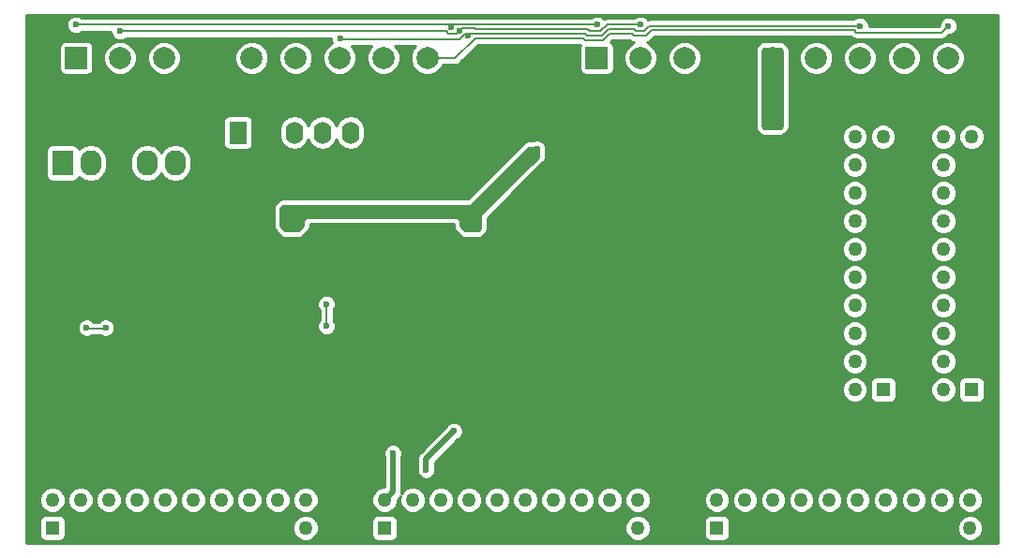
<source format=gbl>
G04 #@! TF.GenerationSoftware,KiCad,Pcbnew,(5.0.2)-1*
G04 #@! TF.CreationDate,2019-04-13T07:43:48-04:00*
G04 #@! TF.ProjectId,Console,436f6e73-6f6c-4652-9e6b-696361645f70,rev?*
G04 #@! TF.SameCoordinates,Original*
G04 #@! TF.FileFunction,Copper,L2,Bot*
G04 #@! TF.FilePolarity,Positive*
%FSLAX46Y46*%
G04 Gerber Fmt 4.6, Leading zero omitted, Abs format (unit mm)*
G04 Created by KiCad (PCBNEW (5.0.2)-1) date 4/13/2019 7:43:48 AM*
%MOMM*%
%LPD*%
G01*
G04 APERTURE LIST*
G04 #@! TA.AperFunction,ViaPad*
%ADD10C,0.600000*%
G04 #@! TD*
G04 #@! TA.AperFunction,ComponentPad*
%ADD11R,1.270000X1.270000*%
G04 #@! TD*
G04 #@! TA.AperFunction,ComponentPad*
%ADD12C,1.270000*%
G04 #@! TD*
G04 #@! TA.AperFunction,ComponentPad*
%ADD13R,2.000000X2.000000*%
G04 #@! TD*
G04 #@! TA.AperFunction,ComponentPad*
%ADD14C,2.000000*%
G04 #@! TD*
G04 #@! TA.AperFunction,ComponentPad*
%ADD15R,1.600000X2.000000*%
G04 #@! TD*
G04 #@! TA.AperFunction,ComponentPad*
%ADD16O,1.600000X2.000000*%
G04 #@! TD*
G04 #@! TA.AperFunction,ComponentPad*
%ADD17R,1.905000X2.286000*%
G04 #@! TD*
G04 #@! TA.AperFunction,ComponentPad*
%ADD18O,1.905000X2.286000*%
G04 #@! TD*
G04 #@! TA.AperFunction,Conductor*
%ADD19C,0.150000*%
G04 #@! TD*
G04 #@! TA.AperFunction,Conductor*
%ADD20C,0.200000*%
G04 #@! TD*
G04 #@! TA.AperFunction,Conductor*
%ADD21C,0.500000*%
G04 #@! TD*
G04 #@! TA.AperFunction,Conductor*
%ADD22C,0.254000*%
G04 #@! TD*
G04 APERTURE END LIST*
D10*
G04 #@! TO.N,GND1*
G04 #@! TO.C,REF\002A\002A*
X171800000Y-118350000D03*
G04 #@! TD*
G04 #@! TO.N,GND1*
G04 #@! TO.C,REF\002A\002A*
X153900000Y-118350000D03*
G04 #@! TD*
G04 #@! TO.N,VCC*
G04 #@! TO.C,REF\002A\002A*
X140750000Y-120750000D03*
G04 #@! TD*
G04 #@! TO.N,GND1*
G04 #@! TO.C,REF\002A\002A*
X171800000Y-127200000D03*
G04 #@! TD*
G04 #@! TO.N,GND1*
G04 #@! TO.C,REF\002A\002A*
X171800000Y-128500000D03*
G04 #@! TD*
G04 #@! TO.N,GND1*
G04 #@! TO.C,REF\002A\002A*
X171800000Y-131000000D03*
G04 #@! TD*
G04 #@! TO.N,GND1*
G04 #@! TO.C,REF\002A\002A*
X171800000Y-132300000D03*
G04 #@! TD*
G04 #@! TO.N,GND1*
G04 #@! TO.C,REF\002A\002A*
X171800000Y-133600000D03*
G04 #@! TD*
G04 #@! TO.N,GND1*
G04 #@! TO.C,REF\002A\002A*
X171800000Y-115800000D03*
G04 #@! TD*
G04 #@! TO.N,GND1*
G04 #@! TO.C,REF\002A\002A*
X171800000Y-117100000D03*
G04 #@! TD*
G04 #@! TO.N,GND1*
G04 #@! TO.C,REF\002A\002A*
X171800000Y-119600000D03*
G04 #@! TD*
G04 #@! TO.N,GND1*
G04 #@! TO.C,REF\002A\002A*
X171800000Y-120900000D03*
G04 #@! TD*
G04 #@! TO.N,GND1*
G04 #@! TO.C,REF\002A\002A*
X171800000Y-122200000D03*
G04 #@! TD*
G04 #@! TO.N,GND1*
G04 #@! TO.C,REF\002A\002A*
X171800000Y-123500000D03*
G04 #@! TD*
G04 #@! TO.N,GND1*
G04 #@! TO.C,REF\002A\002A*
X171800000Y-125000000D03*
G04 #@! TD*
G04 #@! TO.N,GND1*
G04 #@! TO.C,REF\002A\002A*
X158100000Y-133600000D03*
G04 #@! TD*
G04 #@! TO.N,GND1*
G04 #@! TO.C,REF\002A\002A*
X158100000Y-132300000D03*
G04 #@! TD*
G04 #@! TO.N,GND1*
G04 #@! TO.C,REF\002A\002A*
X158100000Y-131000000D03*
G04 #@! TD*
G04 #@! TO.N,VCC*
G04 #@! TO.C,REF\002A\002A*
X168000000Y-110250000D03*
G04 #@! TD*
D11*
G04 #@! TO.P,P2,1*
G04 #@! TO.N,VCC*
X186000000Y-135500000D03*
D12*
G04 #@! TO.P,P2,2*
X183460000Y-135500000D03*
G04 #@! TO.P,P2,3*
G04 #@! TO.N,GND1*
X186000000Y-132960000D03*
G04 #@! TO.P,P2,4*
G04 #@! TO.N,/P4_4*
X183460000Y-132960000D03*
G04 #@! TO.P,P2,5*
G04 #@! TO.N,GND1*
X186000000Y-130420000D03*
G04 #@! TO.P,P2,6*
G04 #@! TO.N,/P4_6*
X183460000Y-130420000D03*
G04 #@! TO.P,P2,7*
G04 #@! TO.N,GND1*
X186000000Y-127880000D03*
G04 #@! TO.P,P2,8*
G04 #@! TO.N,/P6_0*
X183460000Y-127880000D03*
G04 #@! TO.P,P2,9*
G04 #@! TO.N,GND1*
X186000000Y-125340000D03*
G04 #@! TO.P,P2,10*
G04 #@! TO.N,/P6_2*
X183460000Y-125340000D03*
G04 #@! TO.P,P2,11*
G04 #@! TO.N,GND1*
X186000000Y-122800000D03*
G04 #@! TO.P,P2,12*
G04 #@! TO.N,/P2_0*
X183460000Y-122800000D03*
G04 #@! TO.P,P2,13*
G04 #@! TO.N,GND1*
X186000000Y-120260000D03*
G04 #@! TO.P,P2,14*
G04 #@! TO.N,/P2_2*
X183460000Y-120260000D03*
G04 #@! TO.P,P2,15*
G04 #@! TO.N,GND1*
X186000000Y-117720000D03*
G04 #@! TO.P,P2,16*
G04 #@! TO.N,/P2_4*
X183460000Y-117720000D03*
G04 #@! TO.P,P2,17*
G04 #@! TO.N,GND1*
X186000000Y-115180000D03*
G04 #@! TO.P,P2,18*
G04 #@! TO.N,/P2_6*
X183460000Y-115180000D03*
G04 #@! TO.P,P2,19*
G04 #@! TO.N,VCC*
X186000000Y-112640000D03*
G04 #@! TO.P,P2,20*
X183460000Y-112640000D03*
G04 #@! TD*
D10*
G04 #@! TO.N,GND1*
G04 #@! TO.C,REF\002A\002A*
X173750000Y-135500000D03*
G04 #@! TD*
G04 #@! TO.N,GND1*
G04 #@! TO.C,REF\002A\002A*
X180000000Y-133000000D03*
G04 #@! TD*
D11*
G04 #@! TO.P,P1,1*
G04 #@! TO.N,VCC*
X178000000Y-135500000D03*
D12*
G04 #@! TO.P,P1,2*
X175460000Y-135500000D03*
G04 #@! TO.P,P1,3*
G04 #@! TO.N,GND1*
X178000000Y-132960000D03*
G04 #@! TO.P,P1,4*
G04 #@! TO.N,/P4_5*
X175460000Y-132960000D03*
G04 #@! TO.P,P1,5*
G04 #@! TO.N,GND1*
X178000000Y-130420000D03*
G04 #@! TO.P,P1,6*
G04 #@! TO.N,/P4_7*
X175460000Y-130420000D03*
G04 #@! TO.P,P1,7*
G04 #@! TO.N,GND1*
X178000000Y-127880000D03*
G04 #@! TO.P,P1,8*
G04 #@! TO.N,/P6_1*
X175460000Y-127880000D03*
G04 #@! TO.P,P1,9*
G04 #@! TO.N,GND1*
X178000000Y-125340000D03*
G04 #@! TO.P,P1,10*
G04 #@! TO.N,/P6_3*
X175460000Y-125340000D03*
G04 #@! TO.P,P1,11*
G04 #@! TO.N,GND1*
X178000000Y-122800000D03*
G04 #@! TO.P,P1,12*
G04 #@! TO.N,/P2_1*
X175460000Y-122800000D03*
G04 #@! TO.P,P1,13*
G04 #@! TO.N,GND1*
X178000000Y-120260000D03*
G04 #@! TO.P,P1,14*
G04 #@! TO.N,/P2_3*
X175460000Y-120260000D03*
G04 #@! TO.P,P1,15*
G04 #@! TO.N,GND1*
X178000000Y-117720000D03*
G04 #@! TO.P,P1,16*
G04 #@! TO.N,/P2_5*
X175460000Y-117720000D03*
G04 #@! TO.P,P1,17*
G04 #@! TO.N,GND1*
X178000000Y-115180000D03*
G04 #@! TO.P,P1,18*
G04 #@! TO.N,/P2_7*
X175460000Y-115180000D03*
G04 #@! TO.P,P1,19*
G04 #@! TO.N,VCC*
X178000000Y-112640000D03*
G04 #@! TO.P,P1,20*
X175460000Y-112640000D03*
G04 #@! TD*
D10*
G04 #@! TO.N,GND1*
G04 #@! TO.C,REF\002A\002A*
X161250000Y-145000000D03*
G04 #@! TD*
G04 #@! TO.N,GND1*
G04 #@! TO.C,REF\002A\002A*
X158750000Y-145000000D03*
G04 #@! TD*
G04 #@! TO.N,GND1*
G04 #@! TO.C,REF\002A\002A*
X131250000Y-145000000D03*
G04 #@! TD*
G04 #@! TO.N,GND1*
G04 #@! TO.C,REF\002A\002A*
X128750000Y-145000000D03*
G04 #@! TD*
G04 #@! TO.N,GND1*
G04 #@! TO.C,REF\002A\002A*
X188000000Y-143000000D03*
G04 #@! TD*
G04 #@! TO.N,GND1*
G04 #@! TO.C,REF\002A\002A*
X182500000Y-143000000D03*
G04 #@! TD*
G04 #@! TO.N,GND1*
G04 #@! TO.C,REF\002A\002A*
X179500000Y-143000000D03*
G04 #@! TD*
G04 #@! TO.N,GND1*
G04 #@! TO.C,REF\002A\002A*
X177000000Y-143000000D03*
G04 #@! TD*
G04 #@! TO.N,GND1*
G04 #@! TO.C,REF\002A\002A*
X174500000Y-143000000D03*
G04 #@! TD*
G04 #@! TO.N,GND1*
G04 #@! TO.C,REF\002A\002A*
X172000000Y-143000000D03*
G04 #@! TD*
G04 #@! TO.N,GND1*
G04 #@! TO.C,REF\002A\002A*
X169500000Y-143000000D03*
G04 #@! TD*
G04 #@! TO.N,GND1*
G04 #@! TO.C,REF\002A\002A*
X167000000Y-143000000D03*
G04 #@! TD*
G04 #@! TO.N,GND1*
G04 #@! TO.C,REF\002A\002A*
X164250000Y-143000000D03*
G04 #@! TD*
G04 #@! TO.N,GND1*
G04 #@! TO.C,REF\002A\002A*
X161750000Y-143000000D03*
G04 #@! TD*
G04 #@! TO.N,GND1*
G04 #@! TO.C,REF\002A\002A*
X160000000Y-143000000D03*
G04 #@! TD*
G04 #@! TO.N,GND1*
G04 #@! TO.C,REF\002A\002A*
X157500000Y-143000000D03*
G04 #@! TD*
G04 #@! TO.N,GND1*
G04 #@! TO.C,REF\002A\002A*
X155000000Y-143000000D03*
G04 #@! TD*
G04 #@! TO.N,GND1*
G04 #@! TO.C,REF\002A\002A*
X152500000Y-143000000D03*
G04 #@! TD*
G04 #@! TO.N,GND1*
G04 #@! TO.C,REF\002A\002A*
X150250000Y-142000000D03*
G04 #@! TD*
G04 #@! TO.N,GND1*
G04 #@! TO.C,REF\002A\002A*
X147000000Y-143000000D03*
G04 #@! TD*
G04 #@! TO.N,GND1*
G04 #@! TO.C,REF\002A\002A*
X144500000Y-143000000D03*
G04 #@! TD*
G04 #@! TO.N,GND1*
G04 #@! TO.C,REF\002A\002A*
X142250000Y-143000000D03*
G04 #@! TD*
G04 #@! TO.N,GND1*
G04 #@! TO.C,REF\002A\002A*
X140750000Y-144000000D03*
G04 #@! TD*
G04 #@! TO.N,GND1*
G04 #@! TO.C,REF\002A\002A*
X132000000Y-143000000D03*
G04 #@! TD*
G04 #@! TO.N,GND1*
G04 #@! TO.C,REF\002A\002A*
X130000000Y-143000000D03*
G04 #@! TD*
G04 #@! TO.N,GND1*
G04 #@! TO.C,REF\002A\002A*
X127500000Y-143000000D03*
G04 #@! TD*
G04 #@! TO.N,GND1*
G04 #@! TO.C,REF\002A\002A*
X122250000Y-143000000D03*
G04 #@! TD*
G04 #@! TO.N,GND1*
G04 #@! TO.C,REF\002A\002A*
X117250000Y-143250000D03*
G04 #@! TD*
G04 #@! TO.N,GND1*
G04 #@! TO.C,REF\002A\002A*
X114500000Y-143250000D03*
G04 #@! TD*
G04 #@! TO.N,GND1*
G04 #@! TO.C,REF\002A\002A*
X112250000Y-143250000D03*
G04 #@! TD*
G04 #@! TO.N,GND1*
G04 #@! TO.C,REF\002A\002A*
X107500000Y-143000000D03*
G04 #@! TD*
G04 #@! TO.N,GND1*
G04 #@! TO.C,REF\002A\002A*
X105000000Y-143000000D03*
G04 #@! TD*
G04 #@! TO.N,GND1*
G04 #@! TO.C,REF\002A\002A*
X102500000Y-143000000D03*
G04 #@! TD*
G04 #@! TO.N,GND1*
G04 #@! TO.C,REF\002A\002A*
X183750000Y-140500000D03*
G04 #@! TD*
G04 #@! TO.N,GND1*
G04 #@! TO.C,REF\002A\002A*
X181250000Y-140500000D03*
G04 #@! TD*
G04 #@! TO.N,GND1*
G04 #@! TO.C,REF\002A\002A*
X123750000Y-140500000D03*
G04 #@! TD*
G04 #@! TO.N,GND1*
G04 #@! TO.C,REF\002A\002A*
X121250000Y-140500000D03*
G04 #@! TD*
G04 #@! TO.N,GND1*
G04 #@! TO.C,REF\002A\002A*
X111250000Y-140500000D03*
G04 #@! TD*
G04 #@! TO.N,GND1*
G04 #@! TO.C,REF\002A\002A*
X108750000Y-140500000D03*
G04 #@! TD*
G04 #@! TO.N,GND1*
G04 #@! TO.C,REF\002A\002A*
X106250000Y-140500000D03*
G04 #@! TD*
G04 #@! TO.N,GND1*
G04 #@! TO.C,REF\002A\002A*
X103750000Y-140500000D03*
G04 #@! TD*
G04 #@! TO.N,GND1*
G04 #@! TO.C,REF\002A\002A*
X101250000Y-140500000D03*
G04 #@! TD*
G04 #@! TO.N,GND1*
G04 #@! TO.C,REF\002A\002A*
X188000000Y-138000000D03*
G04 #@! TD*
G04 #@! TO.N,GND1*
G04 #@! TO.C,REF\002A\002A*
X182500000Y-138000000D03*
G04 #@! TD*
G04 #@! TO.N,GND1*
G04 #@! TO.C,REF\002A\002A*
X180000000Y-138000000D03*
G04 #@! TD*
G04 #@! TO.N,GND1*
G04 #@! TO.C,REF\002A\002A*
X177500000Y-138000000D03*
G04 #@! TD*
G04 #@! TO.N,GND1*
G04 #@! TO.C,REF\002A\002A*
X175000000Y-138000000D03*
G04 #@! TD*
G04 #@! TO.N,GND1*
G04 #@! TO.C,REF\002A\002A*
X172500000Y-138000000D03*
G04 #@! TD*
G04 #@! TO.N,GND1*
G04 #@! TO.C,REF\002A\002A*
X170000000Y-138000000D03*
G04 #@! TD*
G04 #@! TO.N,GND1*
G04 #@! TO.C,REF\002A\002A*
X167500000Y-138000000D03*
G04 #@! TD*
G04 #@! TO.N,GND1*
G04 #@! TO.C,REF\002A\002A*
X165000000Y-138000000D03*
G04 #@! TD*
G04 #@! TO.N,GND1*
G04 #@! TO.C,REF\002A\002A*
X162500000Y-138000000D03*
G04 #@! TD*
G04 #@! TO.N,GND1*
G04 #@! TO.C,REF\002A\002A*
X160000000Y-138000000D03*
G04 #@! TD*
G04 #@! TO.N,GND1*
G04 #@! TO.C,REF\002A\002A*
X157500000Y-138000000D03*
G04 #@! TD*
G04 #@! TO.N,GND1*
G04 #@! TO.C,REF\002A\002A*
X155000000Y-138000000D03*
G04 #@! TD*
G04 #@! TO.N,GND1*
G04 #@! TO.C,REF\002A\002A*
X152500000Y-138000000D03*
G04 #@! TD*
G04 #@! TO.N,GND1*
G04 #@! TO.C,REF\002A\002A*
X150000000Y-138000000D03*
G04 #@! TD*
G04 #@! TO.N,GND1*
G04 #@! TO.C,REF\002A\002A*
X145000000Y-138000000D03*
G04 #@! TD*
G04 #@! TO.N,GND1*
G04 #@! TO.C,REF\002A\002A*
X142500000Y-138000000D03*
G04 #@! TD*
G04 #@! TO.N,GND1*
G04 #@! TO.C,REF\002A\002A*
X125000000Y-138000000D03*
G04 #@! TD*
G04 #@! TO.N,GND1*
G04 #@! TO.C,REF\002A\002A*
X121250000Y-138000000D03*
G04 #@! TD*
G04 #@! TO.N,GND1*
G04 #@! TO.C,REF\002A\002A*
X112500000Y-138000000D03*
G04 #@! TD*
G04 #@! TO.N,GND1*
G04 #@! TO.C,REF\002A\002A*
X110000000Y-138000000D03*
G04 #@! TD*
G04 #@! TO.N,GND1*
G04 #@! TO.C,REF\002A\002A*
X107500000Y-138000000D03*
G04 #@! TD*
G04 #@! TO.N,GND1*
G04 #@! TO.C,REF\002A\002A*
X105000000Y-138000000D03*
G04 #@! TD*
G04 #@! TO.N,GND1*
G04 #@! TO.C,REF\002A\002A*
X102500000Y-138000000D03*
G04 #@! TD*
G04 #@! TO.N,GND1*
G04 #@! TO.C,REF\002A\002A*
X171250000Y-135500000D03*
G04 #@! TD*
G04 #@! TO.N,GND1*
G04 #@! TO.C,REF\002A\002A*
X168750000Y-135500000D03*
G04 #@! TD*
G04 #@! TO.N,GND1*
G04 #@! TO.C,REF\002A\002A*
X166250000Y-135500000D03*
G04 #@! TD*
G04 #@! TO.N,GND1*
G04 #@! TO.C,REF\002A\002A*
X163750000Y-135500000D03*
G04 #@! TD*
G04 #@! TO.N,GND1*
G04 #@! TO.C,REF\002A\002A*
X161250000Y-135500000D03*
G04 #@! TD*
G04 #@! TO.N,GND1*
G04 #@! TO.C,REF\002A\002A*
X158750000Y-135500000D03*
G04 #@! TD*
G04 #@! TO.N,GND1*
G04 #@! TO.C,REF\002A\002A*
X156250000Y-135500000D03*
G04 #@! TD*
G04 #@! TO.N,GND1*
G04 #@! TO.C,REF\002A\002A*
X153750000Y-135500000D03*
G04 #@! TD*
G04 #@! TO.N,GND1*
G04 #@! TO.C,REF\002A\002A*
X151250000Y-135500000D03*
G04 #@! TD*
G04 #@! TO.N,GND1*
G04 #@! TO.C,REF\002A\002A*
X148750000Y-135500000D03*
G04 #@! TD*
G04 #@! TO.N,GND1*
G04 #@! TO.C,REF\002A\002A*
X141250000Y-135500000D03*
G04 #@! TD*
G04 #@! TO.N,GND1*
G04 #@! TO.C,REF\002A\002A*
X125500000Y-135500000D03*
G04 #@! TD*
G04 #@! TO.N,GND1*
G04 #@! TO.C,REF\002A\002A*
X123750000Y-135500000D03*
G04 #@! TD*
G04 #@! TO.N,GND1*
G04 #@! TO.C,REF\002A\002A*
X116250000Y-135500000D03*
G04 #@! TD*
G04 #@! TO.N,GND1*
G04 #@! TO.C,REF\002A\002A*
X113750000Y-135500000D03*
G04 #@! TD*
G04 #@! TO.N,GND1*
G04 #@! TO.C,REF\002A\002A*
X111250000Y-135500000D03*
G04 #@! TD*
G04 #@! TO.N,GND1*
G04 #@! TO.C,REF\002A\002A*
X108750000Y-135500000D03*
G04 #@! TD*
G04 #@! TO.N,GND1*
G04 #@! TO.C,REF\002A\002A*
X106250000Y-135500000D03*
G04 #@! TD*
G04 #@! TO.N,GND1*
G04 #@! TO.C,REF\002A\002A*
X104000000Y-136000000D03*
G04 #@! TD*
G04 #@! TO.N,GND1*
G04 #@! TO.C,REF\002A\002A*
X187500000Y-131750000D03*
G04 #@! TD*
G04 #@! TO.N,GND1*
G04 #@! TO.C,REF\002A\002A*
X137500000Y-133000000D03*
G04 #@! TD*
G04 #@! TO.N,GND1*
G04 #@! TO.C,REF\002A\002A*
X135000000Y-133000000D03*
G04 #@! TD*
G04 #@! TO.N,GND1*
G04 #@! TO.C,REF\002A\002A*
X132500000Y-133000000D03*
G04 #@! TD*
G04 #@! TO.N,GND1*
G04 #@! TO.C,REF\002A\002A*
X130000000Y-133000000D03*
G04 #@! TD*
G04 #@! TO.N,GND1*
G04 #@! TO.C,REF\002A\002A*
X117500000Y-133000000D03*
G04 #@! TD*
G04 #@! TO.N,GND1*
G04 #@! TO.C,REF\002A\002A*
X115000000Y-133000000D03*
G04 #@! TD*
G04 #@! TO.N,GND1*
G04 #@! TO.C,REF\002A\002A*
X112500000Y-133000000D03*
G04 #@! TD*
G04 #@! TO.N,GND1*
G04 #@! TO.C,REF\002A\002A*
X110000000Y-133000000D03*
G04 #@! TD*
G04 #@! TO.N,GND1*
G04 #@! TO.C,REF\002A\002A*
X107500000Y-133000000D03*
G04 #@! TD*
G04 #@! TO.N,GND1*
G04 #@! TO.C,REF\002A\002A*
X106500000Y-131500000D03*
G04 #@! TD*
G04 #@! TO.N,GND1*
G04 #@! TO.C,REF\002A\002A*
X181250000Y-130500000D03*
G04 #@! TD*
G04 #@! TO.N,GND1*
G04 #@! TO.C,REF\002A\002A*
X153750000Y-130500000D03*
G04 #@! TD*
G04 #@! TO.N,GND1*
G04 #@! TO.C,REF\002A\002A*
X151250000Y-130500000D03*
G04 #@! TD*
G04 #@! TO.N,GND1*
G04 #@! TO.C,REF\002A\002A*
X148750000Y-130500000D03*
G04 #@! TD*
G04 #@! TO.N,GND1*
G04 #@! TO.C,REF\002A\002A*
X138750000Y-130500000D03*
G04 #@! TD*
G04 #@! TO.N,GND1*
G04 #@! TO.C,REF\002A\002A*
X136250000Y-130500000D03*
G04 #@! TD*
G04 #@! TO.N,GND1*
G04 #@! TO.C,REF\002A\002A*
X133750000Y-130500000D03*
G04 #@! TD*
G04 #@! TO.N,GND1*
G04 #@! TO.C,REF\002A\002A*
X131250000Y-130500000D03*
G04 #@! TD*
G04 #@! TO.N,GND1*
G04 #@! TO.C,REF\002A\002A*
X128750000Y-130500000D03*
G04 #@! TD*
G04 #@! TO.N,GND1*
G04 #@! TO.C,REF\002A\002A*
X127000000Y-131500000D03*
G04 #@! TD*
G04 #@! TO.N,GND1*
G04 #@! TO.C,REF\002A\002A*
X121000000Y-130750000D03*
G04 #@! TD*
G04 #@! TO.N,GND1*
G04 #@! TO.C,REF\002A\002A*
X118500000Y-130750000D03*
G04 #@! TD*
G04 #@! TO.N,GND1*
G04 #@! TO.C,REF\002A\002A*
X116250000Y-130500000D03*
G04 #@! TD*
G04 #@! TO.N,GND1*
G04 #@! TO.C,REF\002A\002A*
X113750000Y-130500000D03*
G04 #@! TD*
G04 #@! TO.N,GND1*
G04 #@! TO.C,REF\002A\002A*
X187500000Y-126750000D03*
G04 #@! TD*
G04 #@! TO.N,GND1*
G04 #@! TO.C,REF\002A\002A*
X180000000Y-128000000D03*
G04 #@! TD*
G04 #@! TO.N,GND1*
G04 #@! TO.C,REF\002A\002A*
X152500000Y-128000000D03*
G04 #@! TD*
G04 #@! TO.N,GND1*
G04 #@! TO.C,REF\002A\002A*
X150000000Y-128000000D03*
G04 #@! TD*
G04 #@! TO.N,GND1*
G04 #@! TO.C,REF\002A\002A*
X117500000Y-128000000D03*
G04 #@! TD*
G04 #@! TO.N,GND1*
G04 #@! TO.C,REF\002A\002A*
X112500000Y-128000000D03*
G04 #@! TD*
G04 #@! TO.N,GND1*
G04 #@! TO.C,REF\002A\002A*
X181250000Y-125500000D03*
G04 #@! TD*
G04 #@! TO.N,GND1*
G04 #@! TO.C,REF\002A\002A*
X121250000Y-125500000D03*
G04 #@! TD*
G04 #@! TO.N,GND1*
G04 #@! TO.C,REF\002A\002A*
X118750000Y-125500000D03*
G04 #@! TD*
G04 #@! TO.N,GND1*
G04 #@! TO.C,REF\002A\002A*
X116500000Y-126000000D03*
G04 #@! TD*
G04 #@! TO.N,GND1*
G04 #@! TO.C,REF\002A\002A*
X113500000Y-126000000D03*
G04 #@! TD*
G04 #@! TO.N,GND1*
G04 #@! TO.C,REF\002A\002A*
X103750000Y-125500000D03*
G04 #@! TD*
G04 #@! TO.N,GND1*
G04 #@! TO.C,REF\002A\002A*
X101500000Y-125000000D03*
G04 #@! TD*
G04 #@! TO.N,GND1*
G04 #@! TO.C,REF\002A\002A*
X187500000Y-121750000D03*
G04 #@! TD*
G04 #@! TO.N,GND1*
G04 #@! TO.C,REF\002A\002A*
X180000000Y-123000000D03*
G04 #@! TD*
G04 #@! TO.N,GND1*
G04 #@! TO.C,REF\002A\002A*
X122500000Y-124000000D03*
G04 #@! TD*
G04 #@! TO.N,GND1*
G04 #@! TO.C,REF\002A\002A*
X120000000Y-124000000D03*
G04 #@! TD*
G04 #@! TO.N,GND1*
G04 #@! TO.C,REF\002A\002A*
X117500000Y-123500000D03*
G04 #@! TD*
G04 #@! TO.N,GND1*
G04 #@! TO.C,REF\002A\002A*
X113000000Y-123500000D03*
G04 #@! TD*
G04 #@! TO.N,GND1*
G04 #@! TO.C,REF\002A\002A*
X109500000Y-124000000D03*
G04 #@! TD*
G04 #@! TO.N,GND1*
G04 #@! TO.C,REF\002A\002A*
X107500000Y-124000000D03*
G04 #@! TD*
G04 #@! TO.N,GND1*
G04 #@! TO.C,REF\002A\002A*
X105000000Y-124000000D03*
G04 #@! TD*
G04 #@! TO.N,GND1*
G04 #@! TO.C,REF\002A\002A*
X102500000Y-124000000D03*
G04 #@! TD*
G04 #@! TO.N,GND1*
G04 #@! TO.C,REF\002A\002A*
X181250000Y-120500000D03*
G04 #@! TD*
G04 #@! TO.N,GND1*
G04 #@! TO.C,REF\002A\002A*
X147000000Y-120500000D03*
G04 #@! TD*
G04 #@! TO.N,GND1*
G04 #@! TO.C,REF\002A\002A*
X121250000Y-120500000D03*
G04 #@! TD*
G04 #@! TO.N,GND1*
G04 #@! TO.C,REF\002A\002A*
X111250000Y-120500000D03*
G04 #@! TD*
G04 #@! TO.N,GND1*
G04 #@! TO.C,REF\002A\002A*
X109000000Y-120000000D03*
G04 #@! TD*
G04 #@! TO.N,GND1*
G04 #@! TO.C,REF\002A\002A*
X101500000Y-119500000D03*
G04 #@! TD*
G04 #@! TO.N,GND1*
G04 #@! TO.C,REF\002A\002A*
X187500000Y-116500000D03*
G04 #@! TD*
G04 #@! TO.N,GND1*
G04 #@! TO.C,REF\002A\002A*
X180000000Y-118000000D03*
G04 #@! TD*
G04 #@! TO.N,GND1*
G04 #@! TO.C,REF\002A\002A*
X147500000Y-118500000D03*
G04 #@! TD*
G04 #@! TO.N,GND1*
G04 #@! TO.C,REF\002A\002A*
X138000000Y-118000000D03*
G04 #@! TD*
G04 #@! TO.N,GND1*
G04 #@! TO.C,REF\002A\002A*
X130500000Y-118000000D03*
G04 #@! TD*
G04 #@! TO.N,GND1*
G04 #@! TO.C,REF\002A\002A*
X110000000Y-118000000D03*
G04 #@! TD*
G04 #@! TO.N,GND1*
G04 #@! TO.C,REF\002A\002A*
X107500000Y-118000000D03*
G04 #@! TD*
G04 #@! TO.N,GND1*
G04 #@! TO.C,REF\002A\002A*
X101500000Y-118000000D03*
G04 #@! TD*
G04 #@! TO.N,GND1*
G04 #@! TO.C,REF\002A\002A*
X181250000Y-115500000D03*
G04 #@! TD*
G04 #@! TO.N,GND1*
G04 #@! TO.C,REF\002A\002A*
X158100000Y-128500000D03*
G04 #@! TD*
G04 #@! TO.N,GND1*
G04 #@! TO.C,REF\002A\002A*
X158100000Y-127200000D03*
G04 #@! TD*
G04 #@! TO.N,GND1*
G04 #@! TO.C,REF\002A\002A*
X153900000Y-125000000D03*
G04 #@! TD*
G04 #@! TO.N,GND1*
G04 #@! TO.C,REF\002A\002A*
X153900000Y-123500000D03*
G04 #@! TD*
G04 #@! TO.N,GND1*
G04 #@! TO.C,REF\002A\002A*
X153900000Y-122200000D03*
G04 #@! TD*
G04 #@! TO.N,GND1*
G04 #@! TO.C,REF\002A\002A*
X153900000Y-120900000D03*
G04 #@! TD*
G04 #@! TO.N,GND1*
G04 #@! TO.C,REF\002A\002A*
X153900000Y-119600000D03*
G04 #@! TD*
G04 #@! TO.N,GND1*
G04 #@! TO.C,REF\002A\002A*
X153900000Y-117100000D03*
G04 #@! TD*
G04 #@! TO.N,GND1*
G04 #@! TO.C,REF\002A\002A*
X153900000Y-115800000D03*
G04 #@! TD*
G04 #@! TO.N,GND1*
G04 #@! TO.C,REF\002A\002A*
X151300000Y-114400000D03*
G04 #@! TD*
G04 #@! TO.N,GND1*
G04 #@! TO.C,REF\002A\002A*
X140850000Y-115550000D03*
G04 #@! TD*
G04 #@! TO.N,GND1*
G04 #@! TO.C,REF\002A\002A*
X138750000Y-115500000D03*
G04 #@! TD*
G04 #@! TO.N,GND1*
G04 #@! TO.C,REF\002A\002A*
X134000000Y-118000000D03*
G04 #@! TD*
G04 #@! TO.N,GND1*
G04 #@! TO.C,REF\002A\002A*
X123500000Y-116500000D03*
G04 #@! TD*
G04 #@! TO.N,GND1*
G04 #@! TO.C,REF\002A\002A*
X115000000Y-123500000D03*
G04 #@! TD*
G04 #@! TO.N,GND1*
G04 #@! TO.C,REF\002A\002A*
X101250000Y-115500000D03*
G04 #@! TD*
G04 #@! TO.N,GND1*
G04 #@! TO.C,REF\002A\002A*
X145000000Y-113000000D03*
G04 #@! TD*
G04 #@! TO.N,GND1*
G04 #@! TO.C,REF\002A\002A*
X142500000Y-113000000D03*
G04 #@! TD*
G04 #@! TO.N,GND1*
G04 #@! TO.C,REF\002A\002A*
X140000000Y-113000000D03*
G04 #@! TD*
G04 #@! TO.N,GND1*
G04 #@! TO.C,REF\002A\002A*
X132500000Y-113000000D03*
G04 #@! TD*
G04 #@! TO.N,GND1*
G04 #@! TO.C,REF\002A\002A*
X110000000Y-113000000D03*
G04 #@! TD*
G04 #@! TO.N,GND1*
G04 #@! TO.C,REF\002A\002A*
X107500000Y-113000000D03*
G04 #@! TD*
G04 #@! TO.N,GND1*
G04 #@! TO.C,REF\002A\002A*
X105000000Y-113000000D03*
G04 #@! TD*
G04 #@! TO.N,GND1*
G04 #@! TO.C,REF\002A\002A*
X102500000Y-113000000D03*
G04 #@! TD*
G04 #@! TO.N,GND1*
G04 #@! TO.C,REF\002A\002A*
X146250000Y-110500000D03*
G04 #@! TD*
G04 #@! TO.N,GND1*
G04 #@! TO.C,REF\002A\002A*
X143750000Y-110500000D03*
G04 #@! TD*
G04 #@! TO.N,GND1*
G04 #@! TO.C,REF\002A\002A*
X141250000Y-110500000D03*
G04 #@! TD*
G04 #@! TO.N,GND1*
G04 #@! TO.C,REF\002A\002A*
X138750000Y-110500000D03*
G04 #@! TD*
G04 #@! TO.N,GND1*
G04 #@! TO.C,REF\002A\002A*
X133750000Y-110500000D03*
G04 #@! TD*
G04 #@! TO.N,GND1*
G04 #@! TO.C,REF\002A\002A*
X131500000Y-110000000D03*
G04 #@! TD*
G04 #@! TO.N,GND1*
G04 #@! TO.C,REF\002A\002A*
X129000000Y-110000000D03*
G04 #@! TD*
G04 #@! TO.N,GND1*
G04 #@! TO.C,REF\002A\002A*
X126500000Y-110000000D03*
G04 #@! TD*
G04 #@! TO.N,GND1*
G04 #@! TO.C,REF\002A\002A*
X123750000Y-110500000D03*
G04 #@! TD*
G04 #@! TO.N,GND1*
G04 #@! TO.C,REF\002A\002A*
X113750000Y-110500000D03*
G04 #@! TD*
G04 #@! TO.N,GND1*
G04 #@! TO.C,REF\002A\002A*
X111250000Y-110500000D03*
G04 #@! TD*
G04 #@! TO.N,GND1*
G04 #@! TO.C,REF\002A\002A*
X108750000Y-110500000D03*
G04 #@! TD*
G04 #@! TO.N,GND1*
G04 #@! TO.C,REF\002A\002A*
X106250000Y-110500000D03*
G04 #@! TD*
G04 #@! TO.N,GND1*
G04 #@! TO.C,REF\002A\002A*
X103750000Y-110500000D03*
G04 #@! TD*
G04 #@! TO.N,GND1*
G04 #@! TO.C,REF\002A\002A*
X101250000Y-110500000D03*
G04 #@! TD*
G04 #@! TO.N,GND1*
G04 #@! TO.C,REF\002A\002A*
X187500000Y-108000000D03*
G04 #@! TD*
G04 #@! TO.N,GND1*
G04 #@! TO.C,REF\002A\002A*
X185000000Y-108000000D03*
G04 #@! TD*
G04 #@! TO.N,GND1*
G04 #@! TO.C,REF\002A\002A*
X182500000Y-108000000D03*
G04 #@! TD*
G04 #@! TO.N,GND1*
G04 #@! TO.C,REF\002A\002A*
X180000000Y-108000000D03*
G04 #@! TD*
G04 #@! TO.N,GND1*
G04 #@! TO.C,REF\002A\002A*
X177500000Y-108000000D03*
G04 #@! TD*
G04 #@! TO.N,GND1*
G04 #@! TO.C,REF\002A\002A*
X175000000Y-108000000D03*
G04 #@! TD*
G04 #@! TO.N,GND1*
G04 #@! TO.C,REF\002A\002A*
X172500000Y-108000000D03*
G04 #@! TD*
G04 #@! TO.N,GND1*
G04 #@! TO.C,REF\002A\002A*
X134200000Y-108000000D03*
G04 #@! TD*
G04 #@! TO.N,GND1*
G04 #@! TO.C,REF\002A\002A*
X132500000Y-108500000D03*
G04 #@! TD*
G04 #@! TO.N,GND1*
G04 #@! TO.C,REF\002A\002A*
X130000000Y-108500000D03*
G04 #@! TD*
G04 #@! TO.N,GND1*
G04 #@! TO.C,REF\002A\002A*
X127500000Y-108500000D03*
G04 #@! TD*
G04 #@! TO.N,GND1*
G04 #@! TO.C,REF\002A\002A*
X125000000Y-108000000D03*
G04 #@! TD*
G04 #@! TO.N,GND1*
G04 #@! TO.C,REF\002A\002A*
X122500000Y-108000000D03*
G04 #@! TD*
G04 #@! TO.N,GND1*
G04 #@! TO.C,REF\002A\002A*
X117500000Y-108000000D03*
G04 #@! TD*
G04 #@! TO.N,GND1*
G04 #@! TO.C,REF\002A\002A*
X115000000Y-108000000D03*
G04 #@! TD*
G04 #@! TO.N,GND1*
G04 #@! TO.C,REF\002A\002A*
X112500000Y-108000000D03*
G04 #@! TD*
G04 #@! TO.N,GND1*
G04 #@! TO.C,REF\002A\002A*
X110000000Y-108000000D03*
G04 #@! TD*
G04 #@! TO.N,GND1*
G04 #@! TO.C,REF\002A\002A*
X107500000Y-108000000D03*
G04 #@! TD*
G04 #@! TO.N,GND1*
G04 #@! TO.C,REF\002A\002A*
X105000000Y-108000000D03*
G04 #@! TD*
G04 #@! TO.N,GND1*
G04 #@! TO.C,REF\002A\002A*
X102500000Y-108000000D03*
G04 #@! TD*
G04 #@! TO.N,GND1*
G04 #@! TO.C,REF\002A\002A*
X186250000Y-105500000D03*
G04 #@! TD*
G04 #@! TO.N,GND1*
G04 #@! TO.C,REF\002A\002A*
X181850000Y-105500000D03*
G04 #@! TD*
G04 #@! TO.N,GND1*
G04 #@! TO.C,REF\002A\002A*
X170000000Y-105500000D03*
G04 #@! TD*
G04 #@! TO.N,GND1*
G04 #@! TO.C,REF\002A\002A*
X158100000Y-105500000D03*
G04 #@! TD*
G04 #@! TO.N,GND1*
G04 #@! TO.C,REF\002A\002A*
X154150000Y-105500000D03*
G04 #@! TD*
G04 #@! TO.N,GND1*
G04 #@! TO.C,REF\002A\002A*
X148750000Y-105500000D03*
G04 #@! TD*
G04 #@! TO.N,GND1*
G04 #@! TO.C,REF\002A\002A*
X146250000Y-105500000D03*
G04 #@! TD*
G04 #@! TO.N,GND1*
G04 #@! TO.C,REF\002A\002A*
X143750000Y-105500000D03*
G04 #@! TD*
G04 #@! TO.N,GND1*
G04 #@! TO.C,REF\002A\002A*
X141250000Y-105500000D03*
G04 #@! TD*
G04 #@! TO.N,GND1*
G04 #@! TO.C,REF\002A\002A*
X134900000Y-105500000D03*
G04 #@! TD*
G04 #@! TO.N,GND1*
G04 #@! TO.C,REF\002A\002A*
X130900000Y-105500000D03*
G04 #@! TD*
G04 #@! TO.N,GND1*
G04 #@! TO.C,REF\002A\002A*
X126950000Y-105500000D03*
G04 #@! TD*
G04 #@! TO.N,GND1*
G04 #@! TO.C,REF\002A\002A*
X122950000Y-105500000D03*
G04 #@! TD*
G04 #@! TO.N,GND1*
G04 #@! TO.C,REF\002A\002A*
X118750000Y-105500000D03*
G04 #@! TD*
G04 #@! TO.N,GND1*
G04 #@! TO.C,REF\002A\002A*
X115050000Y-105500000D03*
G04 #@! TD*
G04 #@! TO.N,GND1*
G04 #@! TO.C,REF\002A\002A*
X111100000Y-105500000D03*
G04 #@! TD*
G04 #@! TO.N,GND1*
G04 #@! TO.C,REF\002A\002A*
X107150000Y-105500000D03*
G04 #@! TD*
G04 #@! TO.N,GND1*
G04 #@! TO.C,REF\002A\002A*
X103100000Y-105500000D03*
G04 #@! TD*
G04 #@! TO.N,GND1*
G04 #@! TO.C,REF\002A\002A*
X101250000Y-105500000D03*
G04 #@! TD*
G04 #@! TO.N,GND1*
G04 #@! TO.C,REF\002A\002A*
X187500000Y-103000000D03*
G04 #@! TD*
G04 #@! TO.N,GND1*
G04 #@! TO.C,REF\002A\002A*
X177950000Y-102100000D03*
G04 #@! TD*
G04 #@! TO.N,GND1*
G04 #@! TO.C,REF\002A\002A*
X102500000Y-103000000D03*
G04 #@! TD*
G04 #@! TO.N,VCC*
G04 #@! TO.C,REF\002A\002A*
X124250000Y-120250000D03*
G04 #@! TD*
G04 #@! TO.N,VCC*
G04 #@! TO.C,REF\002A\002A*
X141750000Y-118750000D03*
G04 #@! TD*
G04 #@! TO.N,VCC*
G04 #@! TO.C,REF\002A\002A*
X146750000Y-113750000D03*
G04 #@! TD*
D13*
G04 #@! TO.P,PS1,1*
G04 #@! TO.N,/SPI_MISO*
X105150400Y-105500000D03*
D14*
G04 #@! TO.P,PS1,9*
G04 #@! TO.N,/PS1_ACK*
X136849600Y-105500000D03*
G04 #@! TO.P,PS1,2*
G04 #@! TO.N,/SPI_MOSI*
X109112800Y-105500000D03*
G04 #@! TO.P,PS1,3*
G04 #@! TO.N,Net-(PS1-Pad3)*
X113075200Y-105500000D03*
G04 #@! TO.P,PS1,4*
G04 #@! TO.N,GND1*
X117037600Y-105500000D03*
G04 #@! TO.P,PS1,5*
G04 #@! TO.N,VCC*
X121000000Y-105500000D03*
G04 #@! TO.P,PS1,6*
G04 #@! TO.N,/SPI_CS0*
X124962400Y-105500000D03*
G04 #@! TO.P,PS1,7*
G04 #@! TO.N,/SPI_CLK*
X128924800Y-105500000D03*
G04 #@! TO.P,PS1,8*
G04 #@! TO.N,Net-(PS1-Pad8)*
X132887200Y-105500000D03*
G04 #@! TD*
D15*
G04 #@! TO.P,KP1,1*
G04 #@! TO.N,VCC*
X119750000Y-112250000D03*
D16*
G04 #@! TO.P,KP1,2*
G04 #@! TO.N,GND1*
X122290000Y-112250000D03*
G04 #@! TO.P,KP1,3*
G04 #@! TO.N,/XRES*
X124830000Y-112250000D03*
G04 #@! TO.P,KP1,4*
G04 #@! TO.N,/SWDCK*
X127370000Y-112250000D03*
G04 #@! TO.P,KP1,5*
G04 #@! TO.N,/SWDIO*
X129910000Y-112250000D03*
G04 #@! TD*
D11*
G04 #@! TO.P,P4,1*
G04 #@! TO.N,VCC*
X133000000Y-148000000D03*
D12*
G04 #@! TO.P,P4,2*
X133000000Y-145460000D03*
G04 #@! TO.P,P4,3*
G04 #@! TO.N,GND1*
X135540000Y-148000000D03*
G04 #@! TO.P,P4,4*
G04 #@! TO.N,/P12_0*
X135540000Y-145460000D03*
G04 #@! TO.P,P4,5*
G04 #@! TO.N,GND1*
X138080000Y-148000000D03*
G04 #@! TO.P,P4,6*
G04 #@! TO.N,/P12_1*
X138080000Y-145460000D03*
G04 #@! TO.P,P4,7*
G04 #@! TO.N,GND1*
X140620000Y-148000000D03*
G04 #@! TO.P,P4,8*
G04 #@! TO.N,/P12_2*
X140620000Y-145460000D03*
G04 #@! TO.P,P4,9*
G04 #@! TO.N,GND1*
X143160000Y-148000000D03*
G04 #@! TO.P,P4,10*
G04 #@! TO.N,/P12_3*
X143160000Y-145460000D03*
G04 #@! TO.P,P4,11*
G04 #@! TO.N,GND1*
X145700000Y-148000000D03*
G04 #@! TO.P,P4,12*
G04 #@! TO.N,/P4_0*
X145700000Y-145460000D03*
G04 #@! TO.P,P4,13*
G04 #@! TO.N,GND1*
X148240000Y-148000000D03*
G04 #@! TO.P,P4,14*
G04 #@! TO.N,/P4_1*
X148240000Y-145460000D03*
G04 #@! TO.P,P4,15*
G04 #@! TO.N,GND1*
X150780000Y-148000000D03*
G04 #@! TO.P,P4,16*
G04 #@! TO.N,/P0_0*
X150780000Y-145460000D03*
G04 #@! TO.P,P4,17*
G04 #@! TO.N,GND1*
X153320000Y-148000000D03*
G04 #@! TO.P,P4,18*
G04 #@! TO.N,/P0_1*
X153320000Y-145460000D03*
G04 #@! TO.P,P4,19*
G04 #@! TO.N,VCC*
X155860000Y-148000000D03*
G04 #@! TO.P,P4,20*
X155860000Y-145460000D03*
G04 #@! TD*
D11*
G04 #@! TO.P,P3,1*
G04 #@! TO.N,VCC*
X103000000Y-148000000D03*
D12*
G04 #@! TO.P,P3,2*
X103000000Y-145460000D03*
G04 #@! TO.P,P3,3*
G04 #@! TO.N,GND1*
X105540000Y-148000000D03*
G04 #@! TO.P,P3,4*
G04 #@! TO.N,/P3_0*
X105540000Y-145460000D03*
G04 #@! TO.P,P3,5*
G04 #@! TO.N,GND1*
X108080000Y-148000000D03*
G04 #@! TO.P,P3,6*
G04 #@! TO.N,/P3_1*
X108080000Y-145460000D03*
G04 #@! TO.P,P3,7*
G04 #@! TO.N,GND1*
X110620000Y-148000000D03*
G04 #@! TO.P,P3,8*
G04 #@! TO.N,/P3_2*
X110620000Y-145460000D03*
G04 #@! TO.P,P3,9*
G04 #@! TO.N,GND1*
X113160000Y-148000000D03*
G04 #@! TO.P,P3,10*
G04 #@! TO.N,/P3_3*
X113160000Y-145460000D03*
G04 #@! TO.P,P3,11*
G04 #@! TO.N,GND1*
X115700000Y-148000000D03*
G04 #@! TO.P,P3,12*
G04 #@! TO.N,/P3_4*
X115700000Y-145460000D03*
G04 #@! TO.P,P3,13*
G04 #@! TO.N,GND1*
X118240000Y-148000000D03*
G04 #@! TO.P,P3,14*
G04 #@! TO.N,/P3_5*
X118240000Y-145460000D03*
G04 #@! TO.P,P3,15*
G04 #@! TO.N,GND1*
X120780000Y-148000000D03*
G04 #@! TO.P,P3,16*
G04 #@! TO.N,/P3_6*
X120780000Y-145460000D03*
G04 #@! TO.P,P3,17*
G04 #@! TO.N,GND1*
X123320000Y-148000000D03*
G04 #@! TO.P,P3,18*
G04 #@! TO.N,/P3_7*
X123320000Y-145460000D03*
G04 #@! TO.P,P3,19*
G04 #@! TO.N,VCC*
X125860000Y-148000000D03*
G04 #@! TO.P,P3,20*
X125860000Y-145460000D03*
G04 #@! TD*
D11*
G04 #@! TO.P,P5,1*
G04 #@! TO.N,VCC*
X163000000Y-148000000D03*
D12*
G04 #@! TO.P,P5,2*
X163000000Y-145460000D03*
G04 #@! TO.P,P5,3*
G04 #@! TO.N,GND1*
X165540000Y-148000000D03*
G04 #@! TO.P,P5,4*
G04 #@! TO.N,/P0_2*
X165540000Y-145460000D03*
G04 #@! TO.P,P5,5*
G04 #@! TO.N,GND1*
X168080000Y-148000000D03*
G04 #@! TO.P,P5,6*
G04 #@! TO.N,/P0_3*
X168080000Y-145460000D03*
G04 #@! TO.P,P5,7*
G04 #@! TO.N,GND1*
X170620000Y-148000000D03*
G04 #@! TO.P,P5,8*
G04 #@! TO.N,/P0_4*
X170620000Y-145460000D03*
G04 #@! TO.P,P5,9*
G04 #@! TO.N,GND1*
X173160000Y-148000000D03*
G04 #@! TO.P,P5,10*
G04 #@! TO.N,/P0_5*
X173160000Y-145460000D03*
G04 #@! TO.P,P5,11*
G04 #@! TO.N,GND1*
X175700000Y-148000000D03*
G04 #@! TO.P,P5,12*
G04 #@! TO.N,/P0_6*
X175700000Y-145460000D03*
G04 #@! TO.P,P5,13*
G04 #@! TO.N,GND1*
X178240000Y-148000000D03*
G04 #@! TO.P,P5,14*
G04 #@! TO.N,/P0_7*
X178240000Y-145460000D03*
G04 #@! TO.P,P5,15*
G04 #@! TO.N,GND1*
X180780000Y-148000000D03*
G04 #@! TO.P,P5,16*
G04 #@! TO.N,/P4_2*
X180780000Y-145460000D03*
G04 #@! TO.P,P5,17*
G04 #@! TO.N,GND1*
X183320000Y-148000000D03*
G04 #@! TO.P,P5,18*
G04 #@! TO.N,/P4_3*
X183320000Y-145460000D03*
G04 #@! TO.P,P5,19*
G04 #@! TO.N,VCC*
X185860000Y-148000000D03*
G04 #@! TO.P,P5,20*
X185860000Y-145460000D03*
G04 #@! TD*
D13*
G04 #@! TO.P,PS2,1*
G04 #@! TO.N,/SPI_MISO*
X152150400Y-105500000D03*
D14*
G04 #@! TO.P,PS2,9*
G04 #@! TO.N,/PS1_ACK*
X183849600Y-105500000D03*
G04 #@! TO.P,PS2,2*
G04 #@! TO.N,/SPI_MOSI*
X156112800Y-105500000D03*
G04 #@! TO.P,PS2,3*
G04 #@! TO.N,Net-(PS2-Pad3)*
X160075200Y-105500000D03*
G04 #@! TO.P,PS2,4*
G04 #@! TO.N,GND1*
X164037600Y-105500000D03*
G04 #@! TO.P,PS2,5*
G04 #@! TO.N,VCC*
X168000000Y-105500000D03*
G04 #@! TO.P,PS2,6*
G04 #@! TO.N,/SPI_CS1*
X171962400Y-105500000D03*
G04 #@! TO.P,PS2,7*
G04 #@! TO.N,/SPI_CLK*
X175924800Y-105500000D03*
G04 #@! TO.P,PS2,8*
G04 #@! TO.N,Net-(PS2-Pad8)*
X179887200Y-105500000D03*
G04 #@! TD*
D10*
G04 #@! TO.N,VCC*
G04 #@! TO.C,REF\002A\002A*
X146000000Y-114500000D03*
G04 #@! TD*
D17*
G04 #@! TO.P,U1,1*
G04 #@! TO.N,/VIN*
X103920000Y-115000000D03*
D18*
G04 #@! TO.P,U1,2*
X106460000Y-115000000D03*
G04 #@! TO.P,U1,3*
G04 #@! TO.N,GND1*
X109000000Y-115000000D03*
G04 #@! TO.P,U1,4*
G04 #@! TO.N,VCC*
X111540000Y-115000000D03*
G04 #@! TO.P,U1,5*
X114080000Y-115000000D03*
G04 #@! TD*
D10*
G04 #@! TO.N,GND1*
X122250000Y-137500000D03*
X131000000Y-137500000D03*
X135500000Y-141750000D03*
X140750000Y-139500000D03*
X147250000Y-131000000D03*
X147250000Y-129500000D03*
X142500000Y-120500000D03*
X123750000Y-128250000D03*
X127000000Y-128250000D03*
X138500000Y-128750000D03*
X142500000Y-128750000D03*
X133250000Y-137500000D03*
X123500000Y-115250000D03*
X123500000Y-117750000D03*
X147250000Y-128000000D03*
G04 #@! TO.N,Net-(J1-Pad2)*
X107800000Y-129900000D03*
X106100000Y-129900000D03*
G04 #@! TO.N,/PS1_ACK*
X183900000Y-102600000D03*
G04 #@! TO.N,/SPI_CLK*
X140500000Y-103500000D03*
X129000000Y-103750000D03*
X175900000Y-102600000D03*
G04 #@! TO.N,/SPI_MOSI*
X139800000Y-103025010D03*
X156100000Y-102500000D03*
X109100000Y-103100000D03*
G04 #@! TO.N,/SPI_MISO*
X139000000Y-102750000D03*
X152200000Y-102500000D03*
X105100000Y-102500000D03*
G04 #@! TO.N,VCC*
X127750000Y-129750000D03*
X127750000Y-127750000D03*
X125000000Y-119500000D03*
X140750000Y-119750000D03*
X133000000Y-119250000D03*
X167750000Y-111500000D03*
X139250000Y-139250000D03*
X136750000Y-142750000D03*
X133750000Y-141250000D03*
G04 #@! TD*
D19*
G04 #@! TO.N,Net-(J1-Pad2)*
X107700000Y-130000000D02*
X107800000Y-129900000D01*
X106200000Y-130000000D02*
X107700000Y-130000000D01*
X106100000Y-129900000D02*
X106200000Y-130000000D01*
G04 #@! TO.N,/PS1_ACK*
X175600000Y-103200000D02*
X183300000Y-103200000D01*
X183600001Y-102899999D02*
X183900000Y-102600000D01*
X157100000Y-103000000D02*
X175400000Y-103000000D01*
X150900000Y-103700000D02*
X151100000Y-103900000D01*
X141177002Y-103700000D02*
X150900000Y-103700000D01*
X153300000Y-103300000D02*
X155300000Y-103300000D01*
X139377002Y-105500000D02*
X141177002Y-103700000D01*
X136849600Y-105500000D02*
X139377002Y-105500000D01*
X152700000Y-103900000D02*
X153300000Y-103300000D01*
X156600000Y-103500000D02*
X157100000Y-103000000D01*
X183300000Y-103200000D02*
X183600001Y-102899999D01*
X155300000Y-103300000D02*
X155500000Y-103500000D01*
X155500000Y-103500000D02*
X156600000Y-103500000D01*
X151100000Y-103900000D02*
X152700000Y-103900000D01*
X175400000Y-103000000D02*
X175600000Y-103200000D01*
G04 #@! TO.N,/SPI_CLK*
X140302012Y-103302012D02*
X140302012Y-103300000D01*
X140500000Y-103500000D02*
X140302012Y-103302012D01*
X139802013Y-103799999D02*
X129049999Y-103799999D01*
X155500000Y-102900000D02*
X153200000Y-102900000D01*
X151300000Y-103500000D02*
X151100000Y-103300000D01*
X175900000Y-102600000D02*
X156900000Y-102600000D01*
X156900000Y-102600000D02*
X156400000Y-103100000D01*
X156400000Y-103100000D02*
X155700000Y-103100000D01*
X155700000Y-103100000D02*
X155500000Y-102900000D01*
X153200000Y-102900000D02*
X152600000Y-103500000D01*
X152600000Y-103500000D02*
X151300000Y-103500000D01*
X151100000Y-103300000D02*
X140302012Y-103300000D01*
X140302012Y-103300000D02*
X139802013Y-103799999D01*
X129049999Y-103799999D02*
X129000000Y-103750000D01*
X175800000Y-102500000D02*
X175900000Y-102600000D01*
G04 #@! TO.N,/SPI_MOSI*
X140000000Y-102800001D02*
X139524999Y-103275002D01*
X141077003Y-102800001D02*
X140000000Y-102800001D01*
X139800000Y-103025010D02*
X139800000Y-103000001D01*
X139800000Y-103000001D02*
X140000000Y-102800001D01*
X152500000Y-103100000D02*
X151500000Y-103100000D01*
X141177002Y-102900000D02*
X141077003Y-102800001D01*
X151500000Y-103100000D02*
X151300000Y-102900000D01*
X151300000Y-102900000D02*
X141177002Y-102900000D01*
X138747998Y-103275002D02*
X138572996Y-103100000D01*
X139524999Y-103275002D02*
X138747998Y-103275002D01*
X109524264Y-103100000D02*
X109100000Y-103100000D01*
X138572996Y-103100000D02*
X109524264Y-103100000D01*
X153100000Y-102500000D02*
X152500000Y-103100000D01*
X156100000Y-102500000D02*
X153100000Y-102500000D01*
G04 #@! TO.N,/SPI_MISO*
X152200000Y-102500000D02*
X138500000Y-102500000D01*
X138500000Y-102500000D02*
X105100000Y-102500000D01*
X138500000Y-102500000D02*
X138750000Y-102500000D01*
X138750000Y-102500000D02*
X139000000Y-102750000D01*
D20*
G04 #@! TO.N,VCC*
X127750000Y-129750000D02*
X127750000Y-127750000D01*
X133000000Y-119250000D02*
X140250000Y-119250000D01*
X140250000Y-119250000D02*
X140750000Y-119750000D01*
X132750000Y-119500000D02*
X125000000Y-119500000D01*
X133000000Y-119250000D02*
X132750000Y-119500000D01*
X168000000Y-105500000D02*
X168000000Y-111250000D01*
X168000000Y-111250000D02*
X167750000Y-111500000D01*
D21*
X139250000Y-139250000D02*
X136750000Y-141750000D01*
X136750000Y-141750000D02*
X136750000Y-142750000D01*
D20*
X133000000Y-145460000D02*
X133040000Y-145460000D01*
D21*
X133040000Y-145460000D02*
X133750000Y-144750000D01*
X133750000Y-144750000D02*
X133750000Y-141250000D01*
G04 #@! TD*
D22*
G04 #@! TO.N,GND1*
G36*
X188398001Y-149398000D02*
X100602000Y-149398000D01*
X100602000Y-147365000D01*
X101827676Y-147365000D01*
X101827676Y-148635000D01*
X101868577Y-148840625D01*
X101985055Y-149014945D01*
X102159375Y-149131423D01*
X102365000Y-149172324D01*
X103635000Y-149172324D01*
X103840625Y-149131423D01*
X104014945Y-149014945D01*
X104131423Y-148840625D01*
X104172324Y-148635000D01*
X104172324Y-147768864D01*
X124698000Y-147768864D01*
X124698000Y-148231136D01*
X124874904Y-148658220D01*
X125201780Y-148985096D01*
X125628864Y-149162000D01*
X126091136Y-149162000D01*
X126518220Y-148985096D01*
X126845096Y-148658220D01*
X127022000Y-148231136D01*
X127022000Y-147768864D01*
X126854715Y-147365000D01*
X131827676Y-147365000D01*
X131827676Y-148635000D01*
X131868577Y-148840625D01*
X131985055Y-149014945D01*
X132159375Y-149131423D01*
X132365000Y-149172324D01*
X133635000Y-149172324D01*
X133840625Y-149131423D01*
X134014945Y-149014945D01*
X134131423Y-148840625D01*
X134172324Y-148635000D01*
X134172324Y-147768864D01*
X154698000Y-147768864D01*
X154698000Y-148231136D01*
X154874904Y-148658220D01*
X155201780Y-148985096D01*
X155628864Y-149162000D01*
X156091136Y-149162000D01*
X156518220Y-148985096D01*
X156845096Y-148658220D01*
X157022000Y-148231136D01*
X157022000Y-147768864D01*
X156854715Y-147365000D01*
X161827676Y-147365000D01*
X161827676Y-148635000D01*
X161868577Y-148840625D01*
X161985055Y-149014945D01*
X162159375Y-149131423D01*
X162365000Y-149172324D01*
X163635000Y-149172324D01*
X163840625Y-149131423D01*
X164014945Y-149014945D01*
X164131423Y-148840625D01*
X164172324Y-148635000D01*
X164172324Y-147768864D01*
X184698000Y-147768864D01*
X184698000Y-148231136D01*
X184874904Y-148658220D01*
X185201780Y-148985096D01*
X185628864Y-149162000D01*
X186091136Y-149162000D01*
X186518220Y-148985096D01*
X186845096Y-148658220D01*
X187022000Y-148231136D01*
X187022000Y-147768864D01*
X186845096Y-147341780D01*
X186518220Y-147014904D01*
X186091136Y-146838000D01*
X185628864Y-146838000D01*
X185201780Y-147014904D01*
X184874904Y-147341780D01*
X184698000Y-147768864D01*
X164172324Y-147768864D01*
X164172324Y-147365000D01*
X164131423Y-147159375D01*
X164014945Y-146985055D01*
X163840625Y-146868577D01*
X163635000Y-146827676D01*
X162365000Y-146827676D01*
X162159375Y-146868577D01*
X161985055Y-146985055D01*
X161868577Y-147159375D01*
X161827676Y-147365000D01*
X156854715Y-147365000D01*
X156845096Y-147341780D01*
X156518220Y-147014904D01*
X156091136Y-146838000D01*
X155628864Y-146838000D01*
X155201780Y-147014904D01*
X154874904Y-147341780D01*
X154698000Y-147768864D01*
X134172324Y-147768864D01*
X134172324Y-147365000D01*
X134131423Y-147159375D01*
X134014945Y-146985055D01*
X133840625Y-146868577D01*
X133635000Y-146827676D01*
X132365000Y-146827676D01*
X132159375Y-146868577D01*
X131985055Y-146985055D01*
X131868577Y-147159375D01*
X131827676Y-147365000D01*
X126854715Y-147365000D01*
X126845096Y-147341780D01*
X126518220Y-147014904D01*
X126091136Y-146838000D01*
X125628864Y-146838000D01*
X125201780Y-147014904D01*
X124874904Y-147341780D01*
X124698000Y-147768864D01*
X104172324Y-147768864D01*
X104172324Y-147365000D01*
X104131423Y-147159375D01*
X104014945Y-146985055D01*
X103840625Y-146868577D01*
X103635000Y-146827676D01*
X102365000Y-146827676D01*
X102159375Y-146868577D01*
X101985055Y-146985055D01*
X101868577Y-147159375D01*
X101827676Y-147365000D01*
X100602000Y-147365000D01*
X100602000Y-145228864D01*
X101838000Y-145228864D01*
X101838000Y-145691136D01*
X102014904Y-146118220D01*
X102341780Y-146445096D01*
X102768864Y-146622000D01*
X103231136Y-146622000D01*
X103658220Y-146445096D01*
X103985096Y-146118220D01*
X104162000Y-145691136D01*
X104162000Y-145228864D01*
X104378000Y-145228864D01*
X104378000Y-145691136D01*
X104554904Y-146118220D01*
X104881780Y-146445096D01*
X105308864Y-146622000D01*
X105771136Y-146622000D01*
X106198220Y-146445096D01*
X106525096Y-146118220D01*
X106702000Y-145691136D01*
X106702000Y-145228864D01*
X106918000Y-145228864D01*
X106918000Y-145691136D01*
X107094904Y-146118220D01*
X107421780Y-146445096D01*
X107848864Y-146622000D01*
X108311136Y-146622000D01*
X108738220Y-146445096D01*
X109065096Y-146118220D01*
X109242000Y-145691136D01*
X109242000Y-145228864D01*
X109458000Y-145228864D01*
X109458000Y-145691136D01*
X109634904Y-146118220D01*
X109961780Y-146445096D01*
X110388864Y-146622000D01*
X110851136Y-146622000D01*
X111278220Y-146445096D01*
X111605096Y-146118220D01*
X111782000Y-145691136D01*
X111782000Y-145228864D01*
X111998000Y-145228864D01*
X111998000Y-145691136D01*
X112174904Y-146118220D01*
X112501780Y-146445096D01*
X112928864Y-146622000D01*
X113391136Y-146622000D01*
X113818220Y-146445096D01*
X114145096Y-146118220D01*
X114322000Y-145691136D01*
X114322000Y-145228864D01*
X114538000Y-145228864D01*
X114538000Y-145691136D01*
X114714904Y-146118220D01*
X115041780Y-146445096D01*
X115468864Y-146622000D01*
X115931136Y-146622000D01*
X116358220Y-146445096D01*
X116685096Y-146118220D01*
X116862000Y-145691136D01*
X116862000Y-145228864D01*
X117078000Y-145228864D01*
X117078000Y-145691136D01*
X117254904Y-146118220D01*
X117581780Y-146445096D01*
X118008864Y-146622000D01*
X118471136Y-146622000D01*
X118898220Y-146445096D01*
X119225096Y-146118220D01*
X119402000Y-145691136D01*
X119402000Y-145228864D01*
X119618000Y-145228864D01*
X119618000Y-145691136D01*
X119794904Y-146118220D01*
X120121780Y-146445096D01*
X120548864Y-146622000D01*
X121011136Y-146622000D01*
X121438220Y-146445096D01*
X121765096Y-146118220D01*
X121942000Y-145691136D01*
X121942000Y-145228864D01*
X122158000Y-145228864D01*
X122158000Y-145691136D01*
X122334904Y-146118220D01*
X122661780Y-146445096D01*
X123088864Y-146622000D01*
X123551136Y-146622000D01*
X123978220Y-146445096D01*
X124305096Y-146118220D01*
X124482000Y-145691136D01*
X124482000Y-145228864D01*
X124698000Y-145228864D01*
X124698000Y-145691136D01*
X124874904Y-146118220D01*
X125201780Y-146445096D01*
X125628864Y-146622000D01*
X126091136Y-146622000D01*
X126518220Y-146445096D01*
X126845096Y-146118220D01*
X127022000Y-145691136D01*
X127022000Y-145228864D01*
X131838000Y-145228864D01*
X131838000Y-145691136D01*
X132014904Y-146118220D01*
X132341780Y-146445096D01*
X132768864Y-146622000D01*
X133231136Y-146622000D01*
X133658220Y-146445096D01*
X133985096Y-146118220D01*
X134162000Y-145691136D01*
X134162000Y-145436844D01*
X134245308Y-145353536D01*
X134310186Y-145310186D01*
X134399980Y-145175799D01*
X134378000Y-145228864D01*
X134378000Y-145691136D01*
X134554904Y-146118220D01*
X134881780Y-146445096D01*
X135308864Y-146622000D01*
X135771136Y-146622000D01*
X136198220Y-146445096D01*
X136525096Y-146118220D01*
X136702000Y-145691136D01*
X136702000Y-145228864D01*
X136918000Y-145228864D01*
X136918000Y-145691136D01*
X137094904Y-146118220D01*
X137421780Y-146445096D01*
X137848864Y-146622000D01*
X138311136Y-146622000D01*
X138738220Y-146445096D01*
X139065096Y-146118220D01*
X139242000Y-145691136D01*
X139242000Y-145228864D01*
X139458000Y-145228864D01*
X139458000Y-145691136D01*
X139634904Y-146118220D01*
X139961780Y-146445096D01*
X140388864Y-146622000D01*
X140851136Y-146622000D01*
X141278220Y-146445096D01*
X141605096Y-146118220D01*
X141782000Y-145691136D01*
X141782000Y-145228864D01*
X141998000Y-145228864D01*
X141998000Y-145691136D01*
X142174904Y-146118220D01*
X142501780Y-146445096D01*
X142928864Y-146622000D01*
X143391136Y-146622000D01*
X143818220Y-146445096D01*
X144145096Y-146118220D01*
X144322000Y-145691136D01*
X144322000Y-145228864D01*
X144538000Y-145228864D01*
X144538000Y-145691136D01*
X144714904Y-146118220D01*
X145041780Y-146445096D01*
X145468864Y-146622000D01*
X145931136Y-146622000D01*
X146358220Y-146445096D01*
X146685096Y-146118220D01*
X146862000Y-145691136D01*
X146862000Y-145228864D01*
X147078000Y-145228864D01*
X147078000Y-145691136D01*
X147254904Y-146118220D01*
X147581780Y-146445096D01*
X148008864Y-146622000D01*
X148471136Y-146622000D01*
X148898220Y-146445096D01*
X149225096Y-146118220D01*
X149402000Y-145691136D01*
X149402000Y-145228864D01*
X149618000Y-145228864D01*
X149618000Y-145691136D01*
X149794904Y-146118220D01*
X150121780Y-146445096D01*
X150548864Y-146622000D01*
X151011136Y-146622000D01*
X151438220Y-146445096D01*
X151765096Y-146118220D01*
X151942000Y-145691136D01*
X151942000Y-145228864D01*
X152158000Y-145228864D01*
X152158000Y-145691136D01*
X152334904Y-146118220D01*
X152661780Y-146445096D01*
X153088864Y-146622000D01*
X153551136Y-146622000D01*
X153978220Y-146445096D01*
X154305096Y-146118220D01*
X154482000Y-145691136D01*
X154482000Y-145228864D01*
X154698000Y-145228864D01*
X154698000Y-145691136D01*
X154874904Y-146118220D01*
X155201780Y-146445096D01*
X155628864Y-146622000D01*
X156091136Y-146622000D01*
X156518220Y-146445096D01*
X156845096Y-146118220D01*
X157022000Y-145691136D01*
X157022000Y-145228864D01*
X161838000Y-145228864D01*
X161838000Y-145691136D01*
X162014904Y-146118220D01*
X162341780Y-146445096D01*
X162768864Y-146622000D01*
X163231136Y-146622000D01*
X163658220Y-146445096D01*
X163985096Y-146118220D01*
X164162000Y-145691136D01*
X164162000Y-145228864D01*
X164378000Y-145228864D01*
X164378000Y-145691136D01*
X164554904Y-146118220D01*
X164881780Y-146445096D01*
X165308864Y-146622000D01*
X165771136Y-146622000D01*
X166198220Y-146445096D01*
X166525096Y-146118220D01*
X166702000Y-145691136D01*
X166702000Y-145228864D01*
X166918000Y-145228864D01*
X166918000Y-145691136D01*
X167094904Y-146118220D01*
X167421780Y-146445096D01*
X167848864Y-146622000D01*
X168311136Y-146622000D01*
X168738220Y-146445096D01*
X169065096Y-146118220D01*
X169242000Y-145691136D01*
X169242000Y-145228864D01*
X169458000Y-145228864D01*
X169458000Y-145691136D01*
X169634904Y-146118220D01*
X169961780Y-146445096D01*
X170388864Y-146622000D01*
X170851136Y-146622000D01*
X171278220Y-146445096D01*
X171605096Y-146118220D01*
X171782000Y-145691136D01*
X171782000Y-145228864D01*
X171998000Y-145228864D01*
X171998000Y-145691136D01*
X172174904Y-146118220D01*
X172501780Y-146445096D01*
X172928864Y-146622000D01*
X173391136Y-146622000D01*
X173818220Y-146445096D01*
X174145096Y-146118220D01*
X174322000Y-145691136D01*
X174322000Y-145228864D01*
X174538000Y-145228864D01*
X174538000Y-145691136D01*
X174714904Y-146118220D01*
X175041780Y-146445096D01*
X175468864Y-146622000D01*
X175931136Y-146622000D01*
X176358220Y-146445096D01*
X176685096Y-146118220D01*
X176862000Y-145691136D01*
X176862000Y-145228864D01*
X177078000Y-145228864D01*
X177078000Y-145691136D01*
X177254904Y-146118220D01*
X177581780Y-146445096D01*
X178008864Y-146622000D01*
X178471136Y-146622000D01*
X178898220Y-146445096D01*
X179225096Y-146118220D01*
X179402000Y-145691136D01*
X179402000Y-145228864D01*
X179618000Y-145228864D01*
X179618000Y-145691136D01*
X179794904Y-146118220D01*
X180121780Y-146445096D01*
X180548864Y-146622000D01*
X181011136Y-146622000D01*
X181438220Y-146445096D01*
X181765096Y-146118220D01*
X181942000Y-145691136D01*
X181942000Y-145228864D01*
X182158000Y-145228864D01*
X182158000Y-145691136D01*
X182334904Y-146118220D01*
X182661780Y-146445096D01*
X183088864Y-146622000D01*
X183551136Y-146622000D01*
X183978220Y-146445096D01*
X184305096Y-146118220D01*
X184482000Y-145691136D01*
X184482000Y-145228864D01*
X184698000Y-145228864D01*
X184698000Y-145691136D01*
X184874904Y-146118220D01*
X185201780Y-146445096D01*
X185628864Y-146622000D01*
X186091136Y-146622000D01*
X186518220Y-146445096D01*
X186845096Y-146118220D01*
X187022000Y-145691136D01*
X187022000Y-145228864D01*
X186845096Y-144801780D01*
X186518220Y-144474904D01*
X186091136Y-144298000D01*
X185628864Y-144298000D01*
X185201780Y-144474904D01*
X184874904Y-144801780D01*
X184698000Y-145228864D01*
X184482000Y-145228864D01*
X184305096Y-144801780D01*
X183978220Y-144474904D01*
X183551136Y-144298000D01*
X183088864Y-144298000D01*
X182661780Y-144474904D01*
X182334904Y-144801780D01*
X182158000Y-145228864D01*
X181942000Y-145228864D01*
X181765096Y-144801780D01*
X181438220Y-144474904D01*
X181011136Y-144298000D01*
X180548864Y-144298000D01*
X180121780Y-144474904D01*
X179794904Y-144801780D01*
X179618000Y-145228864D01*
X179402000Y-145228864D01*
X179225096Y-144801780D01*
X178898220Y-144474904D01*
X178471136Y-144298000D01*
X178008864Y-144298000D01*
X177581780Y-144474904D01*
X177254904Y-144801780D01*
X177078000Y-145228864D01*
X176862000Y-145228864D01*
X176685096Y-144801780D01*
X176358220Y-144474904D01*
X175931136Y-144298000D01*
X175468864Y-144298000D01*
X175041780Y-144474904D01*
X174714904Y-144801780D01*
X174538000Y-145228864D01*
X174322000Y-145228864D01*
X174145096Y-144801780D01*
X173818220Y-144474904D01*
X173391136Y-144298000D01*
X172928864Y-144298000D01*
X172501780Y-144474904D01*
X172174904Y-144801780D01*
X171998000Y-145228864D01*
X171782000Y-145228864D01*
X171605096Y-144801780D01*
X171278220Y-144474904D01*
X170851136Y-144298000D01*
X170388864Y-144298000D01*
X169961780Y-144474904D01*
X169634904Y-144801780D01*
X169458000Y-145228864D01*
X169242000Y-145228864D01*
X169065096Y-144801780D01*
X168738220Y-144474904D01*
X168311136Y-144298000D01*
X167848864Y-144298000D01*
X167421780Y-144474904D01*
X167094904Y-144801780D01*
X166918000Y-145228864D01*
X166702000Y-145228864D01*
X166525096Y-144801780D01*
X166198220Y-144474904D01*
X165771136Y-144298000D01*
X165308864Y-144298000D01*
X164881780Y-144474904D01*
X164554904Y-144801780D01*
X164378000Y-145228864D01*
X164162000Y-145228864D01*
X163985096Y-144801780D01*
X163658220Y-144474904D01*
X163231136Y-144298000D01*
X162768864Y-144298000D01*
X162341780Y-144474904D01*
X162014904Y-144801780D01*
X161838000Y-145228864D01*
X157022000Y-145228864D01*
X156845096Y-144801780D01*
X156518220Y-144474904D01*
X156091136Y-144298000D01*
X155628864Y-144298000D01*
X155201780Y-144474904D01*
X154874904Y-144801780D01*
X154698000Y-145228864D01*
X154482000Y-145228864D01*
X154305096Y-144801780D01*
X153978220Y-144474904D01*
X153551136Y-144298000D01*
X153088864Y-144298000D01*
X152661780Y-144474904D01*
X152334904Y-144801780D01*
X152158000Y-145228864D01*
X151942000Y-145228864D01*
X151765096Y-144801780D01*
X151438220Y-144474904D01*
X151011136Y-144298000D01*
X150548864Y-144298000D01*
X150121780Y-144474904D01*
X149794904Y-144801780D01*
X149618000Y-145228864D01*
X149402000Y-145228864D01*
X149225096Y-144801780D01*
X148898220Y-144474904D01*
X148471136Y-144298000D01*
X148008864Y-144298000D01*
X147581780Y-144474904D01*
X147254904Y-144801780D01*
X147078000Y-145228864D01*
X146862000Y-145228864D01*
X146685096Y-144801780D01*
X146358220Y-144474904D01*
X145931136Y-144298000D01*
X145468864Y-144298000D01*
X145041780Y-144474904D01*
X144714904Y-144801780D01*
X144538000Y-145228864D01*
X144322000Y-145228864D01*
X144145096Y-144801780D01*
X143818220Y-144474904D01*
X143391136Y-144298000D01*
X142928864Y-144298000D01*
X142501780Y-144474904D01*
X142174904Y-144801780D01*
X141998000Y-145228864D01*
X141782000Y-145228864D01*
X141605096Y-144801780D01*
X141278220Y-144474904D01*
X140851136Y-144298000D01*
X140388864Y-144298000D01*
X139961780Y-144474904D01*
X139634904Y-144801780D01*
X139458000Y-145228864D01*
X139242000Y-145228864D01*
X139065096Y-144801780D01*
X138738220Y-144474904D01*
X138311136Y-144298000D01*
X137848864Y-144298000D01*
X137421780Y-144474904D01*
X137094904Y-144801780D01*
X136918000Y-145228864D01*
X136702000Y-145228864D01*
X136525096Y-144801780D01*
X136198220Y-144474904D01*
X135771136Y-144298000D01*
X135308864Y-144298000D01*
X134881780Y-144474904D01*
X134554904Y-144801780D01*
X134510690Y-144908521D01*
X134542222Y-144750000D01*
X134527000Y-144673474D01*
X134527000Y-142585499D01*
X135923000Y-142585499D01*
X135923000Y-142914501D01*
X136048903Y-143218458D01*
X136281542Y-143451097D01*
X136585499Y-143577000D01*
X136914501Y-143577000D01*
X137218458Y-143451097D01*
X137451097Y-143218458D01*
X137577000Y-142914501D01*
X137577000Y-142585499D01*
X137527000Y-142464788D01*
X137527000Y-142071843D01*
X139597747Y-140001097D01*
X139718458Y-139951097D01*
X139951097Y-139718458D01*
X140077000Y-139414501D01*
X140077000Y-139085499D01*
X139951097Y-138781542D01*
X139718458Y-138548903D01*
X139414501Y-138423000D01*
X139085499Y-138423000D01*
X138781542Y-138548903D01*
X138548903Y-138781542D01*
X138498903Y-138902253D01*
X136254695Y-141146462D01*
X136189814Y-141189814D01*
X136018082Y-141446831D01*
X135975393Y-141661444D01*
X135957778Y-141750000D01*
X135973000Y-141826526D01*
X135973001Y-142464787D01*
X135923000Y-142585499D01*
X134527000Y-142585499D01*
X134527000Y-141535212D01*
X134577000Y-141414501D01*
X134577000Y-141085499D01*
X134451097Y-140781542D01*
X134218458Y-140548903D01*
X133914501Y-140423000D01*
X133585499Y-140423000D01*
X133281542Y-140548903D01*
X133048903Y-140781542D01*
X132923000Y-141085499D01*
X132923000Y-141414501D01*
X132973001Y-141535214D01*
X132973000Y-144298000D01*
X132768864Y-144298000D01*
X132341780Y-144474904D01*
X132014904Y-144801780D01*
X131838000Y-145228864D01*
X127022000Y-145228864D01*
X126845096Y-144801780D01*
X126518220Y-144474904D01*
X126091136Y-144298000D01*
X125628864Y-144298000D01*
X125201780Y-144474904D01*
X124874904Y-144801780D01*
X124698000Y-145228864D01*
X124482000Y-145228864D01*
X124305096Y-144801780D01*
X123978220Y-144474904D01*
X123551136Y-144298000D01*
X123088864Y-144298000D01*
X122661780Y-144474904D01*
X122334904Y-144801780D01*
X122158000Y-145228864D01*
X121942000Y-145228864D01*
X121765096Y-144801780D01*
X121438220Y-144474904D01*
X121011136Y-144298000D01*
X120548864Y-144298000D01*
X120121780Y-144474904D01*
X119794904Y-144801780D01*
X119618000Y-145228864D01*
X119402000Y-145228864D01*
X119225096Y-144801780D01*
X118898220Y-144474904D01*
X118471136Y-144298000D01*
X118008864Y-144298000D01*
X117581780Y-144474904D01*
X117254904Y-144801780D01*
X117078000Y-145228864D01*
X116862000Y-145228864D01*
X116685096Y-144801780D01*
X116358220Y-144474904D01*
X115931136Y-144298000D01*
X115468864Y-144298000D01*
X115041780Y-144474904D01*
X114714904Y-144801780D01*
X114538000Y-145228864D01*
X114322000Y-145228864D01*
X114145096Y-144801780D01*
X113818220Y-144474904D01*
X113391136Y-144298000D01*
X112928864Y-144298000D01*
X112501780Y-144474904D01*
X112174904Y-144801780D01*
X111998000Y-145228864D01*
X111782000Y-145228864D01*
X111605096Y-144801780D01*
X111278220Y-144474904D01*
X110851136Y-144298000D01*
X110388864Y-144298000D01*
X109961780Y-144474904D01*
X109634904Y-144801780D01*
X109458000Y-145228864D01*
X109242000Y-145228864D01*
X109065096Y-144801780D01*
X108738220Y-144474904D01*
X108311136Y-144298000D01*
X107848864Y-144298000D01*
X107421780Y-144474904D01*
X107094904Y-144801780D01*
X106918000Y-145228864D01*
X106702000Y-145228864D01*
X106525096Y-144801780D01*
X106198220Y-144474904D01*
X105771136Y-144298000D01*
X105308864Y-144298000D01*
X104881780Y-144474904D01*
X104554904Y-144801780D01*
X104378000Y-145228864D01*
X104162000Y-145228864D01*
X103985096Y-144801780D01*
X103658220Y-144474904D01*
X103231136Y-144298000D01*
X102768864Y-144298000D01*
X102341780Y-144474904D01*
X102014904Y-144801780D01*
X101838000Y-145228864D01*
X100602000Y-145228864D01*
X100602000Y-135268864D01*
X174298000Y-135268864D01*
X174298000Y-135731136D01*
X174474904Y-136158220D01*
X174801780Y-136485096D01*
X175228864Y-136662000D01*
X175691136Y-136662000D01*
X176118220Y-136485096D01*
X176445096Y-136158220D01*
X176622000Y-135731136D01*
X176622000Y-135268864D01*
X176454715Y-134865000D01*
X176827676Y-134865000D01*
X176827676Y-136135000D01*
X176868577Y-136340625D01*
X176985055Y-136514945D01*
X177159375Y-136631423D01*
X177365000Y-136672324D01*
X178635000Y-136672324D01*
X178840625Y-136631423D01*
X179014945Y-136514945D01*
X179131423Y-136340625D01*
X179172324Y-136135000D01*
X179172324Y-135268864D01*
X182298000Y-135268864D01*
X182298000Y-135731136D01*
X182474904Y-136158220D01*
X182801780Y-136485096D01*
X183228864Y-136662000D01*
X183691136Y-136662000D01*
X184118220Y-136485096D01*
X184445096Y-136158220D01*
X184622000Y-135731136D01*
X184622000Y-135268864D01*
X184454715Y-134865000D01*
X184827676Y-134865000D01*
X184827676Y-136135000D01*
X184868577Y-136340625D01*
X184985055Y-136514945D01*
X185159375Y-136631423D01*
X185365000Y-136672324D01*
X186635000Y-136672324D01*
X186840625Y-136631423D01*
X187014945Y-136514945D01*
X187131423Y-136340625D01*
X187172324Y-136135000D01*
X187172324Y-134865000D01*
X187131423Y-134659375D01*
X187014945Y-134485055D01*
X186840625Y-134368577D01*
X186635000Y-134327676D01*
X185365000Y-134327676D01*
X185159375Y-134368577D01*
X184985055Y-134485055D01*
X184868577Y-134659375D01*
X184827676Y-134865000D01*
X184454715Y-134865000D01*
X184445096Y-134841780D01*
X184118220Y-134514904D01*
X183691136Y-134338000D01*
X183228864Y-134338000D01*
X182801780Y-134514904D01*
X182474904Y-134841780D01*
X182298000Y-135268864D01*
X179172324Y-135268864D01*
X179172324Y-134865000D01*
X179131423Y-134659375D01*
X179014945Y-134485055D01*
X178840625Y-134368577D01*
X178635000Y-134327676D01*
X177365000Y-134327676D01*
X177159375Y-134368577D01*
X176985055Y-134485055D01*
X176868577Y-134659375D01*
X176827676Y-134865000D01*
X176454715Y-134865000D01*
X176445096Y-134841780D01*
X176118220Y-134514904D01*
X175691136Y-134338000D01*
X175228864Y-134338000D01*
X174801780Y-134514904D01*
X174474904Y-134841780D01*
X174298000Y-135268864D01*
X100602000Y-135268864D01*
X100602000Y-132728864D01*
X174298000Y-132728864D01*
X174298000Y-133191136D01*
X174474904Y-133618220D01*
X174801780Y-133945096D01*
X175228864Y-134122000D01*
X175691136Y-134122000D01*
X176118220Y-133945096D01*
X176445096Y-133618220D01*
X176622000Y-133191136D01*
X176622000Y-132728864D01*
X182298000Y-132728864D01*
X182298000Y-133191136D01*
X182474904Y-133618220D01*
X182801780Y-133945096D01*
X183228864Y-134122000D01*
X183691136Y-134122000D01*
X184118220Y-133945096D01*
X184445096Y-133618220D01*
X184622000Y-133191136D01*
X184622000Y-132728864D01*
X184445096Y-132301780D01*
X184118220Y-131974904D01*
X183691136Y-131798000D01*
X183228864Y-131798000D01*
X182801780Y-131974904D01*
X182474904Y-132301780D01*
X182298000Y-132728864D01*
X176622000Y-132728864D01*
X176445096Y-132301780D01*
X176118220Y-131974904D01*
X175691136Y-131798000D01*
X175228864Y-131798000D01*
X174801780Y-131974904D01*
X174474904Y-132301780D01*
X174298000Y-132728864D01*
X100602000Y-132728864D01*
X100602000Y-129735499D01*
X105273000Y-129735499D01*
X105273000Y-130064501D01*
X105398903Y-130368458D01*
X105631542Y-130601097D01*
X105935499Y-130727000D01*
X106264501Y-130727000D01*
X106566278Y-130602000D01*
X107333722Y-130602000D01*
X107635499Y-130727000D01*
X107964501Y-130727000D01*
X108268458Y-130601097D01*
X108501097Y-130368458D01*
X108627000Y-130064501D01*
X108627000Y-129735499D01*
X108501097Y-129431542D01*
X108268458Y-129198903D01*
X107964501Y-129073000D01*
X107635499Y-129073000D01*
X107331542Y-129198903D01*
X107132445Y-129398000D01*
X106767555Y-129398000D01*
X106568458Y-129198903D01*
X106264501Y-129073000D01*
X105935499Y-129073000D01*
X105631542Y-129198903D01*
X105398903Y-129431542D01*
X105273000Y-129735499D01*
X100602000Y-129735499D01*
X100602000Y-127585499D01*
X126923000Y-127585499D01*
X126923000Y-127914501D01*
X127048903Y-128218458D01*
X127123001Y-128292556D01*
X127123000Y-129207445D01*
X127048903Y-129281542D01*
X126923000Y-129585499D01*
X126923000Y-129914501D01*
X127048903Y-130218458D01*
X127281542Y-130451097D01*
X127585499Y-130577000D01*
X127914501Y-130577000D01*
X128218458Y-130451097D01*
X128451097Y-130218458D01*
X128463355Y-130188864D01*
X174298000Y-130188864D01*
X174298000Y-130651136D01*
X174474904Y-131078220D01*
X174801780Y-131405096D01*
X175228864Y-131582000D01*
X175691136Y-131582000D01*
X176118220Y-131405096D01*
X176445096Y-131078220D01*
X176622000Y-130651136D01*
X176622000Y-130188864D01*
X182298000Y-130188864D01*
X182298000Y-130651136D01*
X182474904Y-131078220D01*
X182801780Y-131405096D01*
X183228864Y-131582000D01*
X183691136Y-131582000D01*
X184118220Y-131405096D01*
X184445096Y-131078220D01*
X184622000Y-130651136D01*
X184622000Y-130188864D01*
X184445096Y-129761780D01*
X184118220Y-129434904D01*
X183691136Y-129258000D01*
X183228864Y-129258000D01*
X182801780Y-129434904D01*
X182474904Y-129761780D01*
X182298000Y-130188864D01*
X176622000Y-130188864D01*
X176445096Y-129761780D01*
X176118220Y-129434904D01*
X175691136Y-129258000D01*
X175228864Y-129258000D01*
X174801780Y-129434904D01*
X174474904Y-129761780D01*
X174298000Y-130188864D01*
X128463355Y-130188864D01*
X128577000Y-129914501D01*
X128577000Y-129585499D01*
X128451097Y-129281542D01*
X128377000Y-129207445D01*
X128377000Y-128292555D01*
X128451097Y-128218458D01*
X128577000Y-127914501D01*
X128577000Y-127648864D01*
X174298000Y-127648864D01*
X174298000Y-128111136D01*
X174474904Y-128538220D01*
X174801780Y-128865096D01*
X175228864Y-129042000D01*
X175691136Y-129042000D01*
X176118220Y-128865096D01*
X176445096Y-128538220D01*
X176622000Y-128111136D01*
X176622000Y-127648864D01*
X182298000Y-127648864D01*
X182298000Y-128111136D01*
X182474904Y-128538220D01*
X182801780Y-128865096D01*
X183228864Y-129042000D01*
X183691136Y-129042000D01*
X184118220Y-128865096D01*
X184445096Y-128538220D01*
X184622000Y-128111136D01*
X184622000Y-127648864D01*
X184445096Y-127221780D01*
X184118220Y-126894904D01*
X183691136Y-126718000D01*
X183228864Y-126718000D01*
X182801780Y-126894904D01*
X182474904Y-127221780D01*
X182298000Y-127648864D01*
X176622000Y-127648864D01*
X176445096Y-127221780D01*
X176118220Y-126894904D01*
X175691136Y-126718000D01*
X175228864Y-126718000D01*
X174801780Y-126894904D01*
X174474904Y-127221780D01*
X174298000Y-127648864D01*
X128577000Y-127648864D01*
X128577000Y-127585499D01*
X128451097Y-127281542D01*
X128218458Y-127048903D01*
X127914501Y-126923000D01*
X127585499Y-126923000D01*
X127281542Y-127048903D01*
X127048903Y-127281542D01*
X126923000Y-127585499D01*
X100602000Y-127585499D01*
X100602000Y-125108864D01*
X174298000Y-125108864D01*
X174298000Y-125571136D01*
X174474904Y-125998220D01*
X174801780Y-126325096D01*
X175228864Y-126502000D01*
X175691136Y-126502000D01*
X176118220Y-126325096D01*
X176445096Y-125998220D01*
X176622000Y-125571136D01*
X176622000Y-125108864D01*
X182298000Y-125108864D01*
X182298000Y-125571136D01*
X182474904Y-125998220D01*
X182801780Y-126325096D01*
X183228864Y-126502000D01*
X183691136Y-126502000D01*
X184118220Y-126325096D01*
X184445096Y-125998220D01*
X184622000Y-125571136D01*
X184622000Y-125108864D01*
X184445096Y-124681780D01*
X184118220Y-124354904D01*
X183691136Y-124178000D01*
X183228864Y-124178000D01*
X182801780Y-124354904D01*
X182474904Y-124681780D01*
X182298000Y-125108864D01*
X176622000Y-125108864D01*
X176445096Y-124681780D01*
X176118220Y-124354904D01*
X175691136Y-124178000D01*
X175228864Y-124178000D01*
X174801780Y-124354904D01*
X174474904Y-124681780D01*
X174298000Y-125108864D01*
X100602000Y-125108864D01*
X100602000Y-122568864D01*
X174298000Y-122568864D01*
X174298000Y-123031136D01*
X174474904Y-123458220D01*
X174801780Y-123785096D01*
X175228864Y-123962000D01*
X175691136Y-123962000D01*
X176118220Y-123785096D01*
X176445096Y-123458220D01*
X176622000Y-123031136D01*
X176622000Y-122568864D01*
X182298000Y-122568864D01*
X182298000Y-123031136D01*
X182474904Y-123458220D01*
X182801780Y-123785096D01*
X183228864Y-123962000D01*
X183691136Y-123962000D01*
X184118220Y-123785096D01*
X184445096Y-123458220D01*
X184622000Y-123031136D01*
X184622000Y-122568864D01*
X184445096Y-122141780D01*
X184118220Y-121814904D01*
X183691136Y-121638000D01*
X183228864Y-121638000D01*
X182801780Y-121814904D01*
X182474904Y-122141780D01*
X182298000Y-122568864D01*
X176622000Y-122568864D01*
X176445096Y-122141780D01*
X176118220Y-121814904D01*
X175691136Y-121638000D01*
X175228864Y-121638000D01*
X174801780Y-121814904D01*
X174474904Y-122141780D01*
X174298000Y-122568864D01*
X100602000Y-122568864D01*
X100602000Y-119000000D01*
X122973000Y-119000000D01*
X122973000Y-120750000D01*
X123013115Y-120951674D01*
X123127355Y-121122645D01*
X123627355Y-121622645D01*
X123798326Y-121736885D01*
X124000000Y-121777000D01*
X125250000Y-121777000D01*
X125451674Y-121736885D01*
X125622645Y-121622645D01*
X126122645Y-121122645D01*
X126236885Y-120951674D01*
X126277000Y-120750000D01*
X126277000Y-120527000D01*
X139223000Y-120527000D01*
X139223000Y-120750000D01*
X139263115Y-120951674D01*
X139377355Y-121122645D01*
X139877355Y-121622645D01*
X140048326Y-121736885D01*
X140250000Y-121777000D01*
X141500000Y-121777000D01*
X141701674Y-121736885D01*
X141872645Y-121622645D01*
X142122645Y-121372645D01*
X142236885Y-121201674D01*
X142277000Y-121000000D01*
X142277000Y-120028864D01*
X174298000Y-120028864D01*
X174298000Y-120491136D01*
X174474904Y-120918220D01*
X174801780Y-121245096D01*
X175228864Y-121422000D01*
X175691136Y-121422000D01*
X176118220Y-121245096D01*
X176445096Y-120918220D01*
X176622000Y-120491136D01*
X176622000Y-120028864D01*
X182298000Y-120028864D01*
X182298000Y-120491136D01*
X182474904Y-120918220D01*
X182801780Y-121245096D01*
X183228864Y-121422000D01*
X183691136Y-121422000D01*
X184118220Y-121245096D01*
X184445096Y-120918220D01*
X184622000Y-120491136D01*
X184622000Y-120028864D01*
X184445096Y-119601780D01*
X184118220Y-119274904D01*
X183691136Y-119098000D01*
X183228864Y-119098000D01*
X182801780Y-119274904D01*
X182474904Y-119601780D01*
X182298000Y-120028864D01*
X176622000Y-120028864D01*
X176445096Y-119601780D01*
X176118220Y-119274904D01*
X175691136Y-119098000D01*
X175228864Y-119098000D01*
X174801780Y-119274904D01*
X174474904Y-119601780D01*
X174298000Y-120028864D01*
X142277000Y-120028864D01*
X142277000Y-119968290D01*
X144756426Y-117488864D01*
X174298000Y-117488864D01*
X174298000Y-117951136D01*
X174474904Y-118378220D01*
X174801780Y-118705096D01*
X175228864Y-118882000D01*
X175691136Y-118882000D01*
X176118220Y-118705096D01*
X176445096Y-118378220D01*
X176622000Y-117951136D01*
X176622000Y-117488864D01*
X182298000Y-117488864D01*
X182298000Y-117951136D01*
X182474904Y-118378220D01*
X182801780Y-118705096D01*
X183228864Y-118882000D01*
X183691136Y-118882000D01*
X184118220Y-118705096D01*
X184445096Y-118378220D01*
X184622000Y-117951136D01*
X184622000Y-117488864D01*
X184445096Y-117061780D01*
X184118220Y-116734904D01*
X183691136Y-116558000D01*
X183228864Y-116558000D01*
X182801780Y-116734904D01*
X182474904Y-117061780D01*
X182298000Y-117488864D01*
X176622000Y-117488864D01*
X176445096Y-117061780D01*
X176118220Y-116734904D01*
X175691136Y-116558000D01*
X175228864Y-116558000D01*
X174801780Y-116734904D01*
X174474904Y-117061780D01*
X174298000Y-117488864D01*
X144756426Y-117488864D01*
X147296426Y-114948864D01*
X174298000Y-114948864D01*
X174298000Y-115411136D01*
X174474904Y-115838220D01*
X174801780Y-116165096D01*
X175228864Y-116342000D01*
X175691136Y-116342000D01*
X176118220Y-116165096D01*
X176445096Y-115838220D01*
X176622000Y-115411136D01*
X176622000Y-114948864D01*
X182298000Y-114948864D01*
X182298000Y-115411136D01*
X182474904Y-115838220D01*
X182801780Y-116165096D01*
X183228864Y-116342000D01*
X183691136Y-116342000D01*
X184118220Y-116165096D01*
X184445096Y-115838220D01*
X184622000Y-115411136D01*
X184622000Y-114948864D01*
X184445096Y-114521780D01*
X184118220Y-114194904D01*
X183691136Y-114018000D01*
X183228864Y-114018000D01*
X182801780Y-114194904D01*
X182474904Y-114521780D01*
X182298000Y-114948864D01*
X176622000Y-114948864D01*
X176445096Y-114521780D01*
X176118220Y-114194904D01*
X175691136Y-114018000D01*
X175228864Y-114018000D01*
X174801780Y-114194904D01*
X174474904Y-114521780D01*
X174298000Y-114948864D01*
X147296426Y-114948864D01*
X147372645Y-114872645D01*
X147486885Y-114701674D01*
X147527000Y-114500000D01*
X147527000Y-114035212D01*
X147577000Y-113914501D01*
X147577000Y-113585499D01*
X147513525Y-113432257D01*
X147486885Y-113298326D01*
X147372645Y-113127355D01*
X147201674Y-113013115D01*
X147067743Y-112986475D01*
X146914501Y-112923000D01*
X146585499Y-112923000D01*
X146464788Y-112973000D01*
X146000000Y-112973000D01*
X145798326Y-113013115D01*
X145627355Y-113127355D01*
X140531710Y-118223000D01*
X123750000Y-118223000D01*
X123548326Y-118263115D01*
X123377355Y-118377355D01*
X123127355Y-118627355D01*
X123013115Y-118798326D01*
X122973000Y-119000000D01*
X100602000Y-119000000D01*
X100602000Y-113857000D01*
X102430176Y-113857000D01*
X102430176Y-116143000D01*
X102471077Y-116348625D01*
X102587555Y-116522945D01*
X102761875Y-116639423D01*
X102967500Y-116680324D01*
X104872500Y-116680324D01*
X105078125Y-116639423D01*
X105252445Y-116522945D01*
X105368923Y-116348625D01*
X105388544Y-116249982D01*
X105393340Y-116257160D01*
X105882729Y-116584158D01*
X106460000Y-116698985D01*
X107037272Y-116584158D01*
X107526660Y-116257160D01*
X107853658Y-115767771D01*
X107939500Y-115336216D01*
X107939500Y-114663784D01*
X110060500Y-114663784D01*
X110060500Y-115336217D01*
X110146342Y-115767772D01*
X110473340Y-116257160D01*
X110962729Y-116584158D01*
X111540000Y-116698985D01*
X112117272Y-116584158D01*
X112606660Y-116257160D01*
X112810000Y-115952839D01*
X113013340Y-116257160D01*
X113502729Y-116584158D01*
X114080000Y-116698985D01*
X114657272Y-116584158D01*
X115146660Y-116257160D01*
X115473658Y-115767771D01*
X115559500Y-115336216D01*
X115559500Y-114663783D01*
X115473658Y-114232228D01*
X115146660Y-113742840D01*
X114657271Y-113415842D01*
X114080000Y-113301015D01*
X113502728Y-113415842D01*
X113013340Y-113742840D01*
X112810000Y-114047161D01*
X112606660Y-113742840D01*
X112117271Y-113415842D01*
X111540000Y-113301015D01*
X110962728Y-113415842D01*
X110473340Y-113742840D01*
X110146342Y-114232229D01*
X110060500Y-114663784D01*
X107939500Y-114663784D01*
X107939500Y-114663783D01*
X107853658Y-114232228D01*
X107526660Y-113742840D01*
X107037271Y-113415842D01*
X106460000Y-113301015D01*
X105882728Y-113415842D01*
X105393340Y-113742840D01*
X105388544Y-113750018D01*
X105368923Y-113651375D01*
X105252445Y-113477055D01*
X105078125Y-113360577D01*
X104872500Y-113319676D01*
X102967500Y-113319676D01*
X102761875Y-113360577D01*
X102587555Y-113477055D01*
X102471077Y-113651375D01*
X102430176Y-113857000D01*
X100602000Y-113857000D01*
X100602000Y-111250000D01*
X118412676Y-111250000D01*
X118412676Y-113250000D01*
X118453577Y-113455625D01*
X118570055Y-113629945D01*
X118744375Y-113746423D01*
X118950000Y-113787324D01*
X120550000Y-113787324D01*
X120755625Y-113746423D01*
X120929945Y-113629945D01*
X121046423Y-113455625D01*
X121087324Y-113250000D01*
X121087324Y-111919305D01*
X123503000Y-111919305D01*
X123503000Y-112580696D01*
X123579994Y-112967770D01*
X123873288Y-113406713D01*
X124312231Y-113700006D01*
X124830000Y-113802997D01*
X125347770Y-113700006D01*
X125786713Y-113406713D01*
X126080006Y-112967769D01*
X126100000Y-112867253D01*
X126119994Y-112967770D01*
X126413288Y-113406713D01*
X126852231Y-113700006D01*
X127370000Y-113802997D01*
X127887770Y-113700006D01*
X128326713Y-113406713D01*
X128620006Y-112967769D01*
X128640000Y-112867253D01*
X128659994Y-112967770D01*
X128953288Y-113406713D01*
X129392231Y-113700006D01*
X129910000Y-113802997D01*
X130427770Y-113700006D01*
X130866713Y-113406713D01*
X131160006Y-112967769D01*
X131237000Y-112580695D01*
X131237000Y-111919304D01*
X131160006Y-111532230D01*
X130866712Y-111093287D01*
X130427769Y-110799994D01*
X129910000Y-110697003D01*
X129392230Y-110799994D01*
X128953287Y-111093288D01*
X128659994Y-111532231D01*
X128640000Y-111632747D01*
X128620006Y-111532230D01*
X128326712Y-111093287D01*
X127887769Y-110799994D01*
X127370000Y-110697003D01*
X126852230Y-110799994D01*
X126413287Y-111093288D01*
X126119994Y-111532231D01*
X126100000Y-111632747D01*
X126080006Y-111532230D01*
X125786712Y-111093287D01*
X125347769Y-110799994D01*
X124830000Y-110697003D01*
X124312230Y-110799994D01*
X123873287Y-111093288D01*
X123579994Y-111532231D01*
X123503000Y-111919305D01*
X121087324Y-111919305D01*
X121087324Y-111250000D01*
X121046423Y-111044375D01*
X120929945Y-110870055D01*
X120755625Y-110753577D01*
X120550000Y-110712676D01*
X118950000Y-110712676D01*
X118744375Y-110753577D01*
X118570055Y-110870055D01*
X118453577Y-111044375D01*
X118412676Y-111250000D01*
X100602000Y-111250000D01*
X100602000Y-104500000D01*
X103613076Y-104500000D01*
X103613076Y-106500000D01*
X103653977Y-106705625D01*
X103770455Y-106879945D01*
X103944775Y-106996423D01*
X104150400Y-107037324D01*
X106150400Y-107037324D01*
X106356025Y-106996423D01*
X106530345Y-106879945D01*
X106646823Y-106705625D01*
X106687724Y-106500000D01*
X106687724Y-105196261D01*
X107585800Y-105196261D01*
X107585800Y-105803739D01*
X107818272Y-106364976D01*
X108247824Y-106794528D01*
X108809061Y-107027000D01*
X109416539Y-107027000D01*
X109977776Y-106794528D01*
X110407328Y-106364976D01*
X110639800Y-105803739D01*
X110639800Y-105196261D01*
X111548200Y-105196261D01*
X111548200Y-105803739D01*
X111780672Y-106364976D01*
X112210224Y-106794528D01*
X112771461Y-107027000D01*
X113378939Y-107027000D01*
X113940176Y-106794528D01*
X114369728Y-106364976D01*
X114602200Y-105803739D01*
X114602200Y-105196261D01*
X119473000Y-105196261D01*
X119473000Y-105803739D01*
X119705472Y-106364976D01*
X120135024Y-106794528D01*
X120696261Y-107027000D01*
X121303739Y-107027000D01*
X121864976Y-106794528D01*
X122294528Y-106364976D01*
X122527000Y-105803739D01*
X122527000Y-105196261D01*
X123435400Y-105196261D01*
X123435400Y-105803739D01*
X123667872Y-106364976D01*
X124097424Y-106794528D01*
X124658661Y-107027000D01*
X125266139Y-107027000D01*
X125827376Y-106794528D01*
X126256928Y-106364976D01*
X126489400Y-105803739D01*
X126489400Y-105196261D01*
X126256928Y-104635024D01*
X125827376Y-104205472D01*
X125266139Y-103973000D01*
X124658661Y-103973000D01*
X124097424Y-104205472D01*
X123667872Y-104635024D01*
X123435400Y-105196261D01*
X122527000Y-105196261D01*
X122294528Y-104635024D01*
X121864976Y-104205472D01*
X121303739Y-103973000D01*
X120696261Y-103973000D01*
X120135024Y-104205472D01*
X119705472Y-104635024D01*
X119473000Y-105196261D01*
X114602200Y-105196261D01*
X114369728Y-104635024D01*
X113940176Y-104205472D01*
X113378939Y-103973000D01*
X112771461Y-103973000D01*
X112210224Y-104205472D01*
X111780672Y-104635024D01*
X111548200Y-105196261D01*
X110639800Y-105196261D01*
X110407328Y-104635024D01*
X109977776Y-104205472D01*
X109416539Y-103973000D01*
X108809061Y-103973000D01*
X108247824Y-104205472D01*
X107818272Y-104635024D01*
X107585800Y-105196261D01*
X106687724Y-105196261D01*
X106687724Y-104500000D01*
X106646823Y-104294375D01*
X106530345Y-104120055D01*
X106356025Y-104003577D01*
X106150400Y-103962676D01*
X104150400Y-103962676D01*
X103944775Y-104003577D01*
X103770455Y-104120055D01*
X103653977Y-104294375D01*
X103613076Y-104500000D01*
X100602000Y-104500000D01*
X100602000Y-102335499D01*
X104273000Y-102335499D01*
X104273000Y-102664501D01*
X104398903Y-102968458D01*
X104631542Y-103201097D01*
X104935499Y-103327000D01*
X105264501Y-103327000D01*
X105568458Y-103201097D01*
X105667555Y-103102000D01*
X108273000Y-103102000D01*
X108273000Y-103264501D01*
X108398903Y-103568458D01*
X108631542Y-103801097D01*
X108935499Y-103927000D01*
X109264501Y-103927000D01*
X109568458Y-103801097D01*
X109667555Y-103702000D01*
X128173000Y-103702000D01*
X128173000Y-103914501D01*
X128259299Y-104122847D01*
X128059824Y-104205472D01*
X127630272Y-104635024D01*
X127397800Y-105196261D01*
X127397800Y-105803739D01*
X127630272Y-106364976D01*
X128059824Y-106794528D01*
X128621061Y-107027000D01*
X129228539Y-107027000D01*
X129789776Y-106794528D01*
X130219328Y-106364976D01*
X130451800Y-105803739D01*
X130451800Y-105196261D01*
X130219328Y-104635024D01*
X129986303Y-104401999D01*
X131825697Y-104401999D01*
X131592672Y-104635024D01*
X131360200Y-105196261D01*
X131360200Y-105803739D01*
X131592672Y-106364976D01*
X132022224Y-106794528D01*
X132583461Y-107027000D01*
X133190939Y-107027000D01*
X133752176Y-106794528D01*
X134181728Y-106364976D01*
X134414200Y-105803739D01*
X134414200Y-105196261D01*
X134181728Y-104635024D01*
X133948703Y-104401999D01*
X135788097Y-104401999D01*
X135555072Y-104635024D01*
X135322600Y-105196261D01*
X135322600Y-105803739D01*
X135555072Y-106364976D01*
X135984624Y-106794528D01*
X136545861Y-107027000D01*
X137153339Y-107027000D01*
X137714576Y-106794528D01*
X138144128Y-106364976D01*
X138253056Y-106102000D01*
X139317719Y-106102000D01*
X139377002Y-106113792D01*
X139436285Y-106102000D01*
X139436290Y-106102000D01*
X139611890Y-106067071D01*
X139811019Y-105934017D01*
X139844603Y-105883755D01*
X141426358Y-104302000D01*
X150644590Y-104302000D01*
X150650655Y-104311077D01*
X150613076Y-104500000D01*
X150613076Y-106500000D01*
X150653977Y-106705625D01*
X150770455Y-106879945D01*
X150944775Y-106996423D01*
X151150400Y-107037324D01*
X153150400Y-107037324D01*
X153356025Y-106996423D01*
X153530345Y-106879945D01*
X153646823Y-106705625D01*
X153687724Y-106500000D01*
X153687724Y-104500000D01*
X153646823Y-104294375D01*
X153530345Y-104120055D01*
X153411028Y-104040329D01*
X153549357Y-103902000D01*
X155044590Y-103902000D01*
X155065983Y-103934017D01*
X155265112Y-104067071D01*
X155440712Y-104102000D01*
X155440717Y-104102000D01*
X155479165Y-104109648D01*
X155247824Y-104205472D01*
X154818272Y-104635024D01*
X154585800Y-105196261D01*
X154585800Y-105803739D01*
X154818272Y-106364976D01*
X155247824Y-106794528D01*
X155809061Y-107027000D01*
X156416539Y-107027000D01*
X156977776Y-106794528D01*
X157407328Y-106364976D01*
X157639800Y-105803739D01*
X157639800Y-105196261D01*
X158548200Y-105196261D01*
X158548200Y-105803739D01*
X158780672Y-106364976D01*
X159210224Y-106794528D01*
X159771461Y-107027000D01*
X160378939Y-107027000D01*
X160940176Y-106794528D01*
X161369728Y-106364976D01*
X161602200Y-105803739D01*
X161602200Y-105196261D01*
X161417353Y-104750000D01*
X166473000Y-104750000D01*
X166473000Y-111750000D01*
X166513115Y-111951674D01*
X166627355Y-112122645D01*
X166877355Y-112372645D01*
X167048326Y-112486885D01*
X167250000Y-112527000D01*
X168750000Y-112527000D01*
X168951674Y-112486885D01*
X169068439Y-112408864D01*
X174298000Y-112408864D01*
X174298000Y-112871136D01*
X174474904Y-113298220D01*
X174801780Y-113625096D01*
X175228864Y-113802000D01*
X175691136Y-113802000D01*
X176118220Y-113625096D01*
X176445096Y-113298220D01*
X176622000Y-112871136D01*
X176622000Y-112408864D01*
X176838000Y-112408864D01*
X176838000Y-112871136D01*
X177014904Y-113298220D01*
X177341780Y-113625096D01*
X177768864Y-113802000D01*
X178231136Y-113802000D01*
X178658220Y-113625096D01*
X178985096Y-113298220D01*
X179162000Y-112871136D01*
X179162000Y-112408864D01*
X182298000Y-112408864D01*
X182298000Y-112871136D01*
X182474904Y-113298220D01*
X182801780Y-113625096D01*
X183228864Y-113802000D01*
X183691136Y-113802000D01*
X184118220Y-113625096D01*
X184445096Y-113298220D01*
X184622000Y-112871136D01*
X184622000Y-112408864D01*
X184838000Y-112408864D01*
X184838000Y-112871136D01*
X185014904Y-113298220D01*
X185341780Y-113625096D01*
X185768864Y-113802000D01*
X186231136Y-113802000D01*
X186658220Y-113625096D01*
X186985096Y-113298220D01*
X187162000Y-112871136D01*
X187162000Y-112408864D01*
X186985096Y-111981780D01*
X186658220Y-111654904D01*
X186231136Y-111478000D01*
X185768864Y-111478000D01*
X185341780Y-111654904D01*
X185014904Y-111981780D01*
X184838000Y-112408864D01*
X184622000Y-112408864D01*
X184445096Y-111981780D01*
X184118220Y-111654904D01*
X183691136Y-111478000D01*
X183228864Y-111478000D01*
X182801780Y-111654904D01*
X182474904Y-111981780D01*
X182298000Y-112408864D01*
X179162000Y-112408864D01*
X178985096Y-111981780D01*
X178658220Y-111654904D01*
X178231136Y-111478000D01*
X177768864Y-111478000D01*
X177341780Y-111654904D01*
X177014904Y-111981780D01*
X176838000Y-112408864D01*
X176622000Y-112408864D01*
X176445096Y-111981780D01*
X176118220Y-111654904D01*
X175691136Y-111478000D01*
X175228864Y-111478000D01*
X174801780Y-111654904D01*
X174474904Y-111981780D01*
X174298000Y-112408864D01*
X169068439Y-112408864D01*
X169122645Y-112372645D01*
X169372645Y-112122645D01*
X169486885Y-111951674D01*
X169527000Y-111750000D01*
X169527000Y-105196261D01*
X170435400Y-105196261D01*
X170435400Y-105803739D01*
X170667872Y-106364976D01*
X171097424Y-106794528D01*
X171658661Y-107027000D01*
X172266139Y-107027000D01*
X172827376Y-106794528D01*
X173256928Y-106364976D01*
X173489400Y-105803739D01*
X173489400Y-105196261D01*
X174397800Y-105196261D01*
X174397800Y-105803739D01*
X174630272Y-106364976D01*
X175059824Y-106794528D01*
X175621061Y-107027000D01*
X176228539Y-107027000D01*
X176789776Y-106794528D01*
X177219328Y-106364976D01*
X177451800Y-105803739D01*
X177451800Y-105196261D01*
X178360200Y-105196261D01*
X178360200Y-105803739D01*
X178592672Y-106364976D01*
X179022224Y-106794528D01*
X179583461Y-107027000D01*
X180190939Y-107027000D01*
X180752176Y-106794528D01*
X181181728Y-106364976D01*
X181414200Y-105803739D01*
X181414200Y-105196261D01*
X182322600Y-105196261D01*
X182322600Y-105803739D01*
X182555072Y-106364976D01*
X182984624Y-106794528D01*
X183545861Y-107027000D01*
X184153339Y-107027000D01*
X184714576Y-106794528D01*
X185144128Y-106364976D01*
X185376600Y-105803739D01*
X185376600Y-105196261D01*
X185144128Y-104635024D01*
X184714576Y-104205472D01*
X184153339Y-103973000D01*
X183545861Y-103973000D01*
X182984624Y-104205472D01*
X182555072Y-104635024D01*
X182322600Y-105196261D01*
X181414200Y-105196261D01*
X181181728Y-104635024D01*
X180752176Y-104205472D01*
X180190939Y-103973000D01*
X179583461Y-103973000D01*
X179022224Y-104205472D01*
X178592672Y-104635024D01*
X178360200Y-105196261D01*
X177451800Y-105196261D01*
X177219328Y-104635024D01*
X176789776Y-104205472D01*
X176228539Y-103973000D01*
X175621061Y-103973000D01*
X175059824Y-104205472D01*
X174630272Y-104635024D01*
X174397800Y-105196261D01*
X173489400Y-105196261D01*
X173256928Y-104635024D01*
X172827376Y-104205472D01*
X172266139Y-103973000D01*
X171658661Y-103973000D01*
X171097424Y-104205472D01*
X170667872Y-104635024D01*
X170435400Y-105196261D01*
X169527000Y-105196261D01*
X169527000Y-104750000D01*
X169486885Y-104548326D01*
X169372645Y-104377355D01*
X169122645Y-104127355D01*
X168951674Y-104013115D01*
X168750000Y-103973000D01*
X167250000Y-103973000D01*
X167048326Y-104013115D01*
X166877355Y-104127355D01*
X166627355Y-104377355D01*
X166513115Y-104548326D01*
X166473000Y-104750000D01*
X161417353Y-104750000D01*
X161369728Y-104635024D01*
X160940176Y-104205472D01*
X160378939Y-103973000D01*
X159771461Y-103973000D01*
X159210224Y-104205472D01*
X158780672Y-104635024D01*
X158548200Y-105196261D01*
X157639800Y-105196261D01*
X157407328Y-104635024D01*
X156977776Y-104205472D01*
X156705690Y-104092770D01*
X156834888Y-104067071D01*
X157034017Y-103934017D01*
X157067601Y-103883755D01*
X157349357Y-103602000D01*
X175144590Y-103602000D01*
X175165983Y-103634017D01*
X175365112Y-103767071D01*
X175540712Y-103802000D01*
X175540717Y-103802000D01*
X175600000Y-103813792D01*
X175659283Y-103802000D01*
X183240717Y-103802000D01*
X183300000Y-103813792D01*
X183359283Y-103802000D01*
X183359288Y-103802000D01*
X183534888Y-103767071D01*
X183734017Y-103634017D01*
X183767602Y-103583754D01*
X183924355Y-103427000D01*
X184064501Y-103427000D01*
X184368458Y-103301097D01*
X184601097Y-103068458D01*
X184727000Y-102764501D01*
X184727000Y-102435499D01*
X184601097Y-102131542D01*
X184368458Y-101898903D01*
X184064501Y-101773000D01*
X183735499Y-101773000D01*
X183431542Y-101898903D01*
X183198903Y-102131542D01*
X183073000Y-102435499D01*
X183073000Y-102575645D01*
X183050645Y-102598000D01*
X176727000Y-102598000D01*
X176727000Y-102435499D01*
X176601097Y-102131542D01*
X176368458Y-101898903D01*
X176064501Y-101773000D01*
X175735499Y-101773000D01*
X175431542Y-101898903D01*
X175332445Y-101998000D01*
X156959283Y-101998000D01*
X156900000Y-101986208D01*
X156840717Y-101998000D01*
X156840712Y-101998000D01*
X156779693Y-102010138D01*
X156568458Y-101798903D01*
X156264501Y-101673000D01*
X155935499Y-101673000D01*
X155631542Y-101798903D01*
X155532445Y-101898000D01*
X153159282Y-101898000D01*
X153099999Y-101886208D01*
X153040716Y-101898000D01*
X153040712Y-101898000D01*
X152865112Y-101932929D01*
X152865110Y-101932930D01*
X152865111Y-101932930D01*
X152827569Y-101958014D01*
X152668458Y-101798903D01*
X152364501Y-101673000D01*
X152035499Y-101673000D01*
X151731542Y-101798903D01*
X151632445Y-101898000D01*
X138809283Y-101898000D01*
X138750000Y-101886208D01*
X138690717Y-101898000D01*
X105667555Y-101898000D01*
X105568458Y-101798903D01*
X105264501Y-101673000D01*
X104935499Y-101673000D01*
X104631542Y-101798903D01*
X104398903Y-102031542D01*
X104273000Y-102335499D01*
X100602000Y-102335499D01*
X100602000Y-101602000D01*
X188398000Y-101602000D01*
X188398001Y-149398000D01*
X188398001Y-149398000D01*
G37*
X188398001Y-149398000D02*
X100602000Y-149398000D01*
X100602000Y-147365000D01*
X101827676Y-147365000D01*
X101827676Y-148635000D01*
X101868577Y-148840625D01*
X101985055Y-149014945D01*
X102159375Y-149131423D01*
X102365000Y-149172324D01*
X103635000Y-149172324D01*
X103840625Y-149131423D01*
X104014945Y-149014945D01*
X104131423Y-148840625D01*
X104172324Y-148635000D01*
X104172324Y-147768864D01*
X124698000Y-147768864D01*
X124698000Y-148231136D01*
X124874904Y-148658220D01*
X125201780Y-148985096D01*
X125628864Y-149162000D01*
X126091136Y-149162000D01*
X126518220Y-148985096D01*
X126845096Y-148658220D01*
X127022000Y-148231136D01*
X127022000Y-147768864D01*
X126854715Y-147365000D01*
X131827676Y-147365000D01*
X131827676Y-148635000D01*
X131868577Y-148840625D01*
X131985055Y-149014945D01*
X132159375Y-149131423D01*
X132365000Y-149172324D01*
X133635000Y-149172324D01*
X133840625Y-149131423D01*
X134014945Y-149014945D01*
X134131423Y-148840625D01*
X134172324Y-148635000D01*
X134172324Y-147768864D01*
X154698000Y-147768864D01*
X154698000Y-148231136D01*
X154874904Y-148658220D01*
X155201780Y-148985096D01*
X155628864Y-149162000D01*
X156091136Y-149162000D01*
X156518220Y-148985096D01*
X156845096Y-148658220D01*
X157022000Y-148231136D01*
X157022000Y-147768864D01*
X156854715Y-147365000D01*
X161827676Y-147365000D01*
X161827676Y-148635000D01*
X161868577Y-148840625D01*
X161985055Y-149014945D01*
X162159375Y-149131423D01*
X162365000Y-149172324D01*
X163635000Y-149172324D01*
X163840625Y-149131423D01*
X164014945Y-149014945D01*
X164131423Y-148840625D01*
X164172324Y-148635000D01*
X164172324Y-147768864D01*
X184698000Y-147768864D01*
X184698000Y-148231136D01*
X184874904Y-148658220D01*
X185201780Y-148985096D01*
X185628864Y-149162000D01*
X186091136Y-149162000D01*
X186518220Y-148985096D01*
X186845096Y-148658220D01*
X187022000Y-148231136D01*
X187022000Y-147768864D01*
X186845096Y-147341780D01*
X186518220Y-147014904D01*
X186091136Y-146838000D01*
X185628864Y-146838000D01*
X185201780Y-147014904D01*
X184874904Y-147341780D01*
X184698000Y-147768864D01*
X164172324Y-147768864D01*
X164172324Y-147365000D01*
X164131423Y-147159375D01*
X164014945Y-146985055D01*
X163840625Y-146868577D01*
X163635000Y-146827676D01*
X162365000Y-146827676D01*
X162159375Y-146868577D01*
X161985055Y-146985055D01*
X161868577Y-147159375D01*
X161827676Y-147365000D01*
X156854715Y-147365000D01*
X156845096Y-147341780D01*
X156518220Y-147014904D01*
X156091136Y-146838000D01*
X155628864Y-146838000D01*
X155201780Y-147014904D01*
X154874904Y-147341780D01*
X154698000Y-147768864D01*
X134172324Y-147768864D01*
X134172324Y-147365000D01*
X134131423Y-147159375D01*
X134014945Y-146985055D01*
X133840625Y-146868577D01*
X133635000Y-146827676D01*
X132365000Y-146827676D01*
X132159375Y-146868577D01*
X131985055Y-146985055D01*
X131868577Y-147159375D01*
X131827676Y-147365000D01*
X126854715Y-147365000D01*
X126845096Y-147341780D01*
X126518220Y-147014904D01*
X126091136Y-146838000D01*
X125628864Y-146838000D01*
X125201780Y-147014904D01*
X124874904Y-147341780D01*
X124698000Y-147768864D01*
X104172324Y-147768864D01*
X104172324Y-147365000D01*
X104131423Y-147159375D01*
X104014945Y-146985055D01*
X103840625Y-146868577D01*
X103635000Y-146827676D01*
X102365000Y-146827676D01*
X102159375Y-146868577D01*
X101985055Y-146985055D01*
X101868577Y-147159375D01*
X101827676Y-147365000D01*
X100602000Y-147365000D01*
X100602000Y-145228864D01*
X101838000Y-145228864D01*
X101838000Y-145691136D01*
X102014904Y-146118220D01*
X102341780Y-146445096D01*
X102768864Y-146622000D01*
X103231136Y-146622000D01*
X103658220Y-146445096D01*
X103985096Y-146118220D01*
X104162000Y-145691136D01*
X104162000Y-145228864D01*
X104378000Y-145228864D01*
X104378000Y-145691136D01*
X104554904Y-146118220D01*
X104881780Y-146445096D01*
X105308864Y-146622000D01*
X105771136Y-146622000D01*
X106198220Y-146445096D01*
X106525096Y-146118220D01*
X106702000Y-145691136D01*
X106702000Y-145228864D01*
X106918000Y-145228864D01*
X106918000Y-145691136D01*
X107094904Y-146118220D01*
X107421780Y-146445096D01*
X107848864Y-146622000D01*
X108311136Y-146622000D01*
X108738220Y-146445096D01*
X109065096Y-146118220D01*
X109242000Y-145691136D01*
X109242000Y-145228864D01*
X109458000Y-145228864D01*
X109458000Y-145691136D01*
X109634904Y-146118220D01*
X109961780Y-146445096D01*
X110388864Y-146622000D01*
X110851136Y-146622000D01*
X111278220Y-146445096D01*
X111605096Y-146118220D01*
X111782000Y-145691136D01*
X111782000Y-145228864D01*
X111998000Y-145228864D01*
X111998000Y-145691136D01*
X112174904Y-146118220D01*
X112501780Y-146445096D01*
X112928864Y-146622000D01*
X113391136Y-146622000D01*
X113818220Y-146445096D01*
X114145096Y-146118220D01*
X114322000Y-145691136D01*
X114322000Y-145228864D01*
X114538000Y-145228864D01*
X114538000Y-145691136D01*
X114714904Y-146118220D01*
X115041780Y-146445096D01*
X115468864Y-146622000D01*
X115931136Y-146622000D01*
X116358220Y-146445096D01*
X116685096Y-146118220D01*
X116862000Y-145691136D01*
X116862000Y-145228864D01*
X117078000Y-145228864D01*
X117078000Y-145691136D01*
X117254904Y-146118220D01*
X117581780Y-146445096D01*
X118008864Y-146622000D01*
X118471136Y-146622000D01*
X118898220Y-146445096D01*
X119225096Y-146118220D01*
X119402000Y-145691136D01*
X119402000Y-145228864D01*
X119618000Y-145228864D01*
X119618000Y-145691136D01*
X119794904Y-146118220D01*
X120121780Y-146445096D01*
X120548864Y-146622000D01*
X121011136Y-146622000D01*
X121438220Y-146445096D01*
X121765096Y-146118220D01*
X121942000Y-145691136D01*
X121942000Y-145228864D01*
X122158000Y-145228864D01*
X122158000Y-145691136D01*
X122334904Y-146118220D01*
X122661780Y-146445096D01*
X123088864Y-146622000D01*
X123551136Y-146622000D01*
X123978220Y-146445096D01*
X124305096Y-146118220D01*
X124482000Y-145691136D01*
X124482000Y-145228864D01*
X124698000Y-145228864D01*
X124698000Y-145691136D01*
X124874904Y-146118220D01*
X125201780Y-146445096D01*
X125628864Y-146622000D01*
X126091136Y-146622000D01*
X126518220Y-146445096D01*
X126845096Y-146118220D01*
X127022000Y-145691136D01*
X127022000Y-145228864D01*
X131838000Y-145228864D01*
X131838000Y-145691136D01*
X132014904Y-146118220D01*
X132341780Y-146445096D01*
X132768864Y-146622000D01*
X133231136Y-146622000D01*
X133658220Y-146445096D01*
X133985096Y-146118220D01*
X134162000Y-145691136D01*
X134162000Y-145436844D01*
X134245308Y-145353536D01*
X134310186Y-145310186D01*
X134399980Y-145175799D01*
X134378000Y-145228864D01*
X134378000Y-145691136D01*
X134554904Y-146118220D01*
X134881780Y-146445096D01*
X135308864Y-146622000D01*
X135771136Y-146622000D01*
X136198220Y-146445096D01*
X136525096Y-146118220D01*
X136702000Y-145691136D01*
X136702000Y-145228864D01*
X136918000Y-145228864D01*
X136918000Y-145691136D01*
X137094904Y-146118220D01*
X137421780Y-146445096D01*
X137848864Y-146622000D01*
X138311136Y-146622000D01*
X138738220Y-146445096D01*
X139065096Y-146118220D01*
X139242000Y-145691136D01*
X139242000Y-145228864D01*
X139458000Y-145228864D01*
X139458000Y-145691136D01*
X139634904Y-146118220D01*
X139961780Y-146445096D01*
X140388864Y-146622000D01*
X140851136Y-146622000D01*
X141278220Y-146445096D01*
X141605096Y-146118220D01*
X141782000Y-145691136D01*
X141782000Y-145228864D01*
X141998000Y-145228864D01*
X141998000Y-145691136D01*
X142174904Y-146118220D01*
X142501780Y-146445096D01*
X142928864Y-146622000D01*
X143391136Y-146622000D01*
X143818220Y-146445096D01*
X144145096Y-146118220D01*
X144322000Y-145691136D01*
X144322000Y-145228864D01*
X144538000Y-145228864D01*
X144538000Y-145691136D01*
X144714904Y-146118220D01*
X145041780Y-146445096D01*
X145468864Y-146622000D01*
X145931136Y-146622000D01*
X146358220Y-146445096D01*
X146685096Y-146118220D01*
X146862000Y-145691136D01*
X146862000Y-145228864D01*
X147078000Y-145228864D01*
X147078000Y-145691136D01*
X147254904Y-146118220D01*
X147581780Y-146445096D01*
X148008864Y-146622000D01*
X148471136Y-146622000D01*
X148898220Y-146445096D01*
X149225096Y-146118220D01*
X149402000Y-145691136D01*
X149402000Y-145228864D01*
X149618000Y-145228864D01*
X149618000Y-145691136D01*
X149794904Y-146118220D01*
X150121780Y-146445096D01*
X150548864Y-146622000D01*
X151011136Y-146622000D01*
X151438220Y-146445096D01*
X151765096Y-146118220D01*
X151942000Y-145691136D01*
X151942000Y-145228864D01*
X152158000Y-145228864D01*
X152158000Y-145691136D01*
X152334904Y-146118220D01*
X152661780Y-146445096D01*
X153088864Y-146622000D01*
X153551136Y-146622000D01*
X153978220Y-146445096D01*
X154305096Y-146118220D01*
X154482000Y-145691136D01*
X154482000Y-145228864D01*
X154698000Y-145228864D01*
X154698000Y-145691136D01*
X154874904Y-146118220D01*
X155201780Y-146445096D01*
X155628864Y-146622000D01*
X156091136Y-146622000D01*
X156518220Y-146445096D01*
X156845096Y-146118220D01*
X157022000Y-145691136D01*
X157022000Y-145228864D01*
X161838000Y-145228864D01*
X161838000Y-145691136D01*
X162014904Y-146118220D01*
X162341780Y-146445096D01*
X162768864Y-146622000D01*
X163231136Y-146622000D01*
X163658220Y-146445096D01*
X163985096Y-146118220D01*
X164162000Y-145691136D01*
X164162000Y-145228864D01*
X164378000Y-145228864D01*
X164378000Y-145691136D01*
X164554904Y-146118220D01*
X164881780Y-146445096D01*
X165308864Y-146622000D01*
X165771136Y-146622000D01*
X166198220Y-146445096D01*
X166525096Y-146118220D01*
X166702000Y-145691136D01*
X166702000Y-145228864D01*
X166918000Y-145228864D01*
X166918000Y-145691136D01*
X167094904Y-146118220D01*
X167421780Y-146445096D01*
X167848864Y-146622000D01*
X168311136Y-146622000D01*
X168738220Y-146445096D01*
X169065096Y-146118220D01*
X169242000Y-145691136D01*
X169242000Y-145228864D01*
X169458000Y-145228864D01*
X169458000Y-145691136D01*
X169634904Y-146118220D01*
X169961780Y-146445096D01*
X170388864Y-146622000D01*
X170851136Y-146622000D01*
X171278220Y-146445096D01*
X171605096Y-146118220D01*
X171782000Y-145691136D01*
X171782000Y-145228864D01*
X171998000Y-145228864D01*
X171998000Y-145691136D01*
X172174904Y-146118220D01*
X172501780Y-146445096D01*
X172928864Y-146622000D01*
X173391136Y-146622000D01*
X173818220Y-146445096D01*
X174145096Y-146118220D01*
X174322000Y-145691136D01*
X174322000Y-145228864D01*
X174538000Y-145228864D01*
X174538000Y-145691136D01*
X174714904Y-146118220D01*
X175041780Y-146445096D01*
X175468864Y-146622000D01*
X175931136Y-146622000D01*
X176358220Y-146445096D01*
X176685096Y-146118220D01*
X176862000Y-145691136D01*
X176862000Y-145228864D01*
X177078000Y-145228864D01*
X177078000Y-145691136D01*
X177254904Y-146118220D01*
X177581780Y-146445096D01*
X178008864Y-146622000D01*
X178471136Y-146622000D01*
X178898220Y-146445096D01*
X179225096Y-146118220D01*
X179402000Y-145691136D01*
X179402000Y-145228864D01*
X179618000Y-145228864D01*
X179618000Y-145691136D01*
X179794904Y-146118220D01*
X180121780Y-146445096D01*
X180548864Y-146622000D01*
X181011136Y-146622000D01*
X181438220Y-146445096D01*
X181765096Y-146118220D01*
X181942000Y-145691136D01*
X181942000Y-145228864D01*
X182158000Y-145228864D01*
X182158000Y-145691136D01*
X182334904Y-146118220D01*
X182661780Y-146445096D01*
X183088864Y-146622000D01*
X183551136Y-146622000D01*
X183978220Y-146445096D01*
X184305096Y-146118220D01*
X184482000Y-145691136D01*
X184482000Y-145228864D01*
X184698000Y-145228864D01*
X184698000Y-145691136D01*
X184874904Y-146118220D01*
X185201780Y-146445096D01*
X185628864Y-146622000D01*
X186091136Y-146622000D01*
X186518220Y-146445096D01*
X186845096Y-146118220D01*
X187022000Y-145691136D01*
X187022000Y-145228864D01*
X186845096Y-144801780D01*
X186518220Y-144474904D01*
X186091136Y-144298000D01*
X185628864Y-144298000D01*
X185201780Y-144474904D01*
X184874904Y-144801780D01*
X184698000Y-145228864D01*
X184482000Y-145228864D01*
X184305096Y-144801780D01*
X183978220Y-144474904D01*
X183551136Y-144298000D01*
X183088864Y-144298000D01*
X182661780Y-144474904D01*
X182334904Y-144801780D01*
X182158000Y-145228864D01*
X181942000Y-145228864D01*
X181765096Y-144801780D01*
X181438220Y-144474904D01*
X181011136Y-144298000D01*
X180548864Y-144298000D01*
X180121780Y-144474904D01*
X179794904Y-144801780D01*
X179618000Y-145228864D01*
X179402000Y-145228864D01*
X179225096Y-144801780D01*
X178898220Y-144474904D01*
X178471136Y-144298000D01*
X178008864Y-144298000D01*
X177581780Y-144474904D01*
X177254904Y-144801780D01*
X177078000Y-145228864D01*
X176862000Y-145228864D01*
X176685096Y-144801780D01*
X176358220Y-144474904D01*
X175931136Y-144298000D01*
X175468864Y-144298000D01*
X175041780Y-144474904D01*
X174714904Y-144801780D01*
X174538000Y-145228864D01*
X174322000Y-145228864D01*
X174145096Y-144801780D01*
X173818220Y-144474904D01*
X173391136Y-144298000D01*
X172928864Y-144298000D01*
X172501780Y-144474904D01*
X172174904Y-144801780D01*
X171998000Y-145228864D01*
X171782000Y-145228864D01*
X171605096Y-144801780D01*
X171278220Y-144474904D01*
X170851136Y-144298000D01*
X170388864Y-144298000D01*
X169961780Y-144474904D01*
X169634904Y-144801780D01*
X169458000Y-145228864D01*
X169242000Y-145228864D01*
X169065096Y-144801780D01*
X168738220Y-144474904D01*
X168311136Y-144298000D01*
X167848864Y-144298000D01*
X167421780Y-144474904D01*
X167094904Y-144801780D01*
X166918000Y-145228864D01*
X166702000Y-145228864D01*
X166525096Y-144801780D01*
X166198220Y-144474904D01*
X165771136Y-144298000D01*
X165308864Y-144298000D01*
X164881780Y-144474904D01*
X164554904Y-144801780D01*
X164378000Y-145228864D01*
X164162000Y-145228864D01*
X163985096Y-144801780D01*
X163658220Y-144474904D01*
X163231136Y-144298000D01*
X162768864Y-144298000D01*
X162341780Y-144474904D01*
X162014904Y-144801780D01*
X161838000Y-145228864D01*
X157022000Y-145228864D01*
X156845096Y-144801780D01*
X156518220Y-144474904D01*
X156091136Y-144298000D01*
X155628864Y-144298000D01*
X155201780Y-144474904D01*
X154874904Y-144801780D01*
X154698000Y-145228864D01*
X154482000Y-145228864D01*
X154305096Y-144801780D01*
X153978220Y-144474904D01*
X153551136Y-144298000D01*
X153088864Y-144298000D01*
X152661780Y-144474904D01*
X152334904Y-144801780D01*
X152158000Y-145228864D01*
X151942000Y-145228864D01*
X151765096Y-144801780D01*
X151438220Y-144474904D01*
X151011136Y-144298000D01*
X150548864Y-144298000D01*
X150121780Y-144474904D01*
X149794904Y-144801780D01*
X149618000Y-145228864D01*
X149402000Y-145228864D01*
X149225096Y-144801780D01*
X148898220Y-144474904D01*
X148471136Y-144298000D01*
X148008864Y-144298000D01*
X147581780Y-144474904D01*
X147254904Y-144801780D01*
X147078000Y-145228864D01*
X146862000Y-145228864D01*
X146685096Y-144801780D01*
X146358220Y-144474904D01*
X145931136Y-144298000D01*
X145468864Y-144298000D01*
X145041780Y-144474904D01*
X144714904Y-144801780D01*
X144538000Y-145228864D01*
X144322000Y-145228864D01*
X144145096Y-144801780D01*
X143818220Y-144474904D01*
X143391136Y-144298000D01*
X142928864Y-144298000D01*
X142501780Y-144474904D01*
X142174904Y-144801780D01*
X141998000Y-145228864D01*
X141782000Y-145228864D01*
X141605096Y-144801780D01*
X141278220Y-144474904D01*
X140851136Y-144298000D01*
X140388864Y-144298000D01*
X139961780Y-144474904D01*
X139634904Y-144801780D01*
X139458000Y-145228864D01*
X139242000Y-145228864D01*
X139065096Y-144801780D01*
X138738220Y-144474904D01*
X138311136Y-144298000D01*
X137848864Y-144298000D01*
X137421780Y-144474904D01*
X137094904Y-144801780D01*
X136918000Y-145228864D01*
X136702000Y-145228864D01*
X136525096Y-144801780D01*
X136198220Y-144474904D01*
X135771136Y-144298000D01*
X135308864Y-144298000D01*
X134881780Y-144474904D01*
X134554904Y-144801780D01*
X134510690Y-144908521D01*
X134542222Y-144750000D01*
X134527000Y-144673474D01*
X134527000Y-142585499D01*
X135923000Y-142585499D01*
X135923000Y-142914501D01*
X136048903Y-143218458D01*
X136281542Y-143451097D01*
X136585499Y-143577000D01*
X136914501Y-143577000D01*
X137218458Y-143451097D01*
X137451097Y-143218458D01*
X137577000Y-142914501D01*
X137577000Y-142585499D01*
X137527000Y-142464788D01*
X137527000Y-142071843D01*
X139597747Y-140001097D01*
X139718458Y-139951097D01*
X139951097Y-139718458D01*
X140077000Y-139414501D01*
X140077000Y-139085499D01*
X139951097Y-138781542D01*
X139718458Y-138548903D01*
X139414501Y-138423000D01*
X139085499Y-138423000D01*
X138781542Y-138548903D01*
X138548903Y-138781542D01*
X138498903Y-138902253D01*
X136254695Y-141146462D01*
X136189814Y-141189814D01*
X136018082Y-141446831D01*
X135975393Y-141661444D01*
X135957778Y-141750000D01*
X135973000Y-141826526D01*
X135973001Y-142464787D01*
X135923000Y-142585499D01*
X134527000Y-142585499D01*
X134527000Y-141535212D01*
X134577000Y-141414501D01*
X134577000Y-141085499D01*
X134451097Y-140781542D01*
X134218458Y-140548903D01*
X133914501Y-140423000D01*
X133585499Y-140423000D01*
X133281542Y-140548903D01*
X133048903Y-140781542D01*
X132923000Y-141085499D01*
X132923000Y-141414501D01*
X132973001Y-141535214D01*
X132973000Y-144298000D01*
X132768864Y-144298000D01*
X132341780Y-144474904D01*
X132014904Y-144801780D01*
X131838000Y-145228864D01*
X127022000Y-145228864D01*
X126845096Y-144801780D01*
X126518220Y-144474904D01*
X126091136Y-144298000D01*
X125628864Y-144298000D01*
X125201780Y-144474904D01*
X124874904Y-144801780D01*
X124698000Y-145228864D01*
X124482000Y-145228864D01*
X124305096Y-144801780D01*
X123978220Y-144474904D01*
X123551136Y-144298000D01*
X123088864Y-144298000D01*
X122661780Y-144474904D01*
X122334904Y-144801780D01*
X122158000Y-145228864D01*
X121942000Y-145228864D01*
X121765096Y-144801780D01*
X121438220Y-144474904D01*
X121011136Y-144298000D01*
X120548864Y-144298000D01*
X120121780Y-144474904D01*
X119794904Y-144801780D01*
X119618000Y-145228864D01*
X119402000Y-145228864D01*
X119225096Y-144801780D01*
X118898220Y-144474904D01*
X118471136Y-144298000D01*
X118008864Y-144298000D01*
X117581780Y-144474904D01*
X117254904Y-144801780D01*
X117078000Y-145228864D01*
X116862000Y-145228864D01*
X116685096Y-144801780D01*
X116358220Y-144474904D01*
X115931136Y-144298000D01*
X115468864Y-144298000D01*
X115041780Y-144474904D01*
X114714904Y-144801780D01*
X114538000Y-145228864D01*
X114322000Y-145228864D01*
X114145096Y-144801780D01*
X113818220Y-144474904D01*
X113391136Y-144298000D01*
X112928864Y-144298000D01*
X112501780Y-144474904D01*
X112174904Y-144801780D01*
X111998000Y-145228864D01*
X111782000Y-145228864D01*
X111605096Y-144801780D01*
X111278220Y-144474904D01*
X110851136Y-144298000D01*
X110388864Y-144298000D01*
X109961780Y-144474904D01*
X109634904Y-144801780D01*
X109458000Y-145228864D01*
X109242000Y-145228864D01*
X109065096Y-144801780D01*
X108738220Y-144474904D01*
X108311136Y-144298000D01*
X107848864Y-144298000D01*
X107421780Y-144474904D01*
X107094904Y-144801780D01*
X106918000Y-145228864D01*
X106702000Y-145228864D01*
X106525096Y-144801780D01*
X106198220Y-144474904D01*
X105771136Y-144298000D01*
X105308864Y-144298000D01*
X104881780Y-144474904D01*
X104554904Y-144801780D01*
X104378000Y-145228864D01*
X104162000Y-145228864D01*
X103985096Y-144801780D01*
X103658220Y-144474904D01*
X103231136Y-144298000D01*
X102768864Y-144298000D01*
X102341780Y-144474904D01*
X102014904Y-144801780D01*
X101838000Y-145228864D01*
X100602000Y-145228864D01*
X100602000Y-135268864D01*
X174298000Y-135268864D01*
X174298000Y-135731136D01*
X174474904Y-136158220D01*
X174801780Y-136485096D01*
X175228864Y-136662000D01*
X175691136Y-136662000D01*
X176118220Y-136485096D01*
X176445096Y-136158220D01*
X176622000Y-135731136D01*
X176622000Y-135268864D01*
X176454715Y-134865000D01*
X176827676Y-134865000D01*
X176827676Y-136135000D01*
X176868577Y-136340625D01*
X176985055Y-136514945D01*
X177159375Y-136631423D01*
X177365000Y-136672324D01*
X178635000Y-136672324D01*
X178840625Y-136631423D01*
X179014945Y-136514945D01*
X179131423Y-136340625D01*
X179172324Y-136135000D01*
X179172324Y-135268864D01*
X182298000Y-135268864D01*
X182298000Y-135731136D01*
X182474904Y-136158220D01*
X182801780Y-136485096D01*
X183228864Y-136662000D01*
X183691136Y-136662000D01*
X184118220Y-136485096D01*
X184445096Y-136158220D01*
X184622000Y-135731136D01*
X184622000Y-135268864D01*
X184454715Y-134865000D01*
X184827676Y-134865000D01*
X184827676Y-136135000D01*
X184868577Y-136340625D01*
X184985055Y-136514945D01*
X185159375Y-136631423D01*
X185365000Y-136672324D01*
X186635000Y-136672324D01*
X186840625Y-136631423D01*
X187014945Y-136514945D01*
X187131423Y-136340625D01*
X187172324Y-136135000D01*
X187172324Y-134865000D01*
X187131423Y-134659375D01*
X187014945Y-134485055D01*
X186840625Y-134368577D01*
X186635000Y-134327676D01*
X185365000Y-134327676D01*
X185159375Y-134368577D01*
X184985055Y-134485055D01*
X184868577Y-134659375D01*
X184827676Y-134865000D01*
X184454715Y-134865000D01*
X184445096Y-134841780D01*
X184118220Y-134514904D01*
X183691136Y-134338000D01*
X183228864Y-134338000D01*
X182801780Y-134514904D01*
X182474904Y-134841780D01*
X182298000Y-135268864D01*
X179172324Y-135268864D01*
X179172324Y-134865000D01*
X179131423Y-134659375D01*
X179014945Y-134485055D01*
X178840625Y-134368577D01*
X178635000Y-134327676D01*
X177365000Y-134327676D01*
X177159375Y-134368577D01*
X176985055Y-134485055D01*
X176868577Y-134659375D01*
X176827676Y-134865000D01*
X176454715Y-134865000D01*
X176445096Y-134841780D01*
X176118220Y-134514904D01*
X175691136Y-134338000D01*
X175228864Y-134338000D01*
X174801780Y-134514904D01*
X174474904Y-134841780D01*
X174298000Y-135268864D01*
X100602000Y-135268864D01*
X100602000Y-132728864D01*
X174298000Y-132728864D01*
X174298000Y-133191136D01*
X174474904Y-133618220D01*
X174801780Y-133945096D01*
X175228864Y-134122000D01*
X175691136Y-134122000D01*
X176118220Y-133945096D01*
X176445096Y-133618220D01*
X176622000Y-133191136D01*
X176622000Y-132728864D01*
X182298000Y-132728864D01*
X182298000Y-133191136D01*
X182474904Y-133618220D01*
X182801780Y-133945096D01*
X183228864Y-134122000D01*
X183691136Y-134122000D01*
X184118220Y-133945096D01*
X184445096Y-133618220D01*
X184622000Y-133191136D01*
X184622000Y-132728864D01*
X184445096Y-132301780D01*
X184118220Y-131974904D01*
X183691136Y-131798000D01*
X183228864Y-131798000D01*
X182801780Y-131974904D01*
X182474904Y-132301780D01*
X182298000Y-132728864D01*
X176622000Y-132728864D01*
X176445096Y-132301780D01*
X176118220Y-131974904D01*
X175691136Y-131798000D01*
X175228864Y-131798000D01*
X174801780Y-131974904D01*
X174474904Y-132301780D01*
X174298000Y-132728864D01*
X100602000Y-132728864D01*
X100602000Y-129735499D01*
X105273000Y-129735499D01*
X105273000Y-130064501D01*
X105398903Y-130368458D01*
X105631542Y-130601097D01*
X105935499Y-130727000D01*
X106264501Y-130727000D01*
X106566278Y-130602000D01*
X107333722Y-130602000D01*
X107635499Y-130727000D01*
X107964501Y-130727000D01*
X108268458Y-130601097D01*
X108501097Y-130368458D01*
X108627000Y-130064501D01*
X108627000Y-129735499D01*
X108501097Y-129431542D01*
X108268458Y-129198903D01*
X107964501Y-129073000D01*
X107635499Y-129073000D01*
X107331542Y-129198903D01*
X107132445Y-129398000D01*
X106767555Y-129398000D01*
X106568458Y-129198903D01*
X106264501Y-129073000D01*
X105935499Y-129073000D01*
X105631542Y-129198903D01*
X105398903Y-129431542D01*
X105273000Y-129735499D01*
X100602000Y-129735499D01*
X100602000Y-127585499D01*
X126923000Y-127585499D01*
X126923000Y-127914501D01*
X127048903Y-128218458D01*
X127123001Y-128292556D01*
X127123000Y-129207445D01*
X127048903Y-129281542D01*
X126923000Y-129585499D01*
X126923000Y-129914501D01*
X127048903Y-130218458D01*
X127281542Y-130451097D01*
X127585499Y-130577000D01*
X127914501Y-130577000D01*
X128218458Y-130451097D01*
X128451097Y-130218458D01*
X128463355Y-130188864D01*
X174298000Y-130188864D01*
X174298000Y-130651136D01*
X174474904Y-131078220D01*
X174801780Y-131405096D01*
X175228864Y-131582000D01*
X175691136Y-131582000D01*
X176118220Y-131405096D01*
X176445096Y-131078220D01*
X176622000Y-130651136D01*
X176622000Y-130188864D01*
X182298000Y-130188864D01*
X182298000Y-130651136D01*
X182474904Y-131078220D01*
X182801780Y-131405096D01*
X183228864Y-131582000D01*
X183691136Y-131582000D01*
X184118220Y-131405096D01*
X184445096Y-131078220D01*
X184622000Y-130651136D01*
X184622000Y-130188864D01*
X184445096Y-129761780D01*
X184118220Y-129434904D01*
X183691136Y-129258000D01*
X183228864Y-129258000D01*
X182801780Y-129434904D01*
X182474904Y-129761780D01*
X182298000Y-130188864D01*
X176622000Y-130188864D01*
X176445096Y-129761780D01*
X176118220Y-129434904D01*
X175691136Y-129258000D01*
X175228864Y-129258000D01*
X174801780Y-129434904D01*
X174474904Y-129761780D01*
X174298000Y-130188864D01*
X128463355Y-130188864D01*
X128577000Y-129914501D01*
X128577000Y-129585499D01*
X128451097Y-129281542D01*
X128377000Y-129207445D01*
X128377000Y-128292555D01*
X128451097Y-128218458D01*
X128577000Y-127914501D01*
X128577000Y-127648864D01*
X174298000Y-127648864D01*
X174298000Y-128111136D01*
X174474904Y-128538220D01*
X174801780Y-128865096D01*
X175228864Y-129042000D01*
X175691136Y-129042000D01*
X176118220Y-128865096D01*
X176445096Y-128538220D01*
X176622000Y-128111136D01*
X176622000Y-127648864D01*
X182298000Y-127648864D01*
X182298000Y-128111136D01*
X182474904Y-128538220D01*
X182801780Y-128865096D01*
X183228864Y-129042000D01*
X183691136Y-129042000D01*
X184118220Y-128865096D01*
X184445096Y-128538220D01*
X184622000Y-128111136D01*
X184622000Y-127648864D01*
X184445096Y-127221780D01*
X184118220Y-126894904D01*
X183691136Y-126718000D01*
X183228864Y-126718000D01*
X182801780Y-126894904D01*
X182474904Y-127221780D01*
X182298000Y-127648864D01*
X176622000Y-127648864D01*
X176445096Y-127221780D01*
X176118220Y-126894904D01*
X175691136Y-126718000D01*
X175228864Y-126718000D01*
X174801780Y-126894904D01*
X174474904Y-127221780D01*
X174298000Y-127648864D01*
X128577000Y-127648864D01*
X128577000Y-127585499D01*
X128451097Y-127281542D01*
X128218458Y-127048903D01*
X127914501Y-126923000D01*
X127585499Y-126923000D01*
X127281542Y-127048903D01*
X127048903Y-127281542D01*
X126923000Y-127585499D01*
X100602000Y-127585499D01*
X100602000Y-125108864D01*
X174298000Y-125108864D01*
X174298000Y-125571136D01*
X174474904Y-125998220D01*
X174801780Y-126325096D01*
X175228864Y-126502000D01*
X175691136Y-126502000D01*
X176118220Y-126325096D01*
X176445096Y-125998220D01*
X176622000Y-125571136D01*
X176622000Y-125108864D01*
X182298000Y-125108864D01*
X182298000Y-125571136D01*
X182474904Y-125998220D01*
X182801780Y-126325096D01*
X183228864Y-126502000D01*
X183691136Y-126502000D01*
X184118220Y-126325096D01*
X184445096Y-125998220D01*
X184622000Y-125571136D01*
X184622000Y-125108864D01*
X184445096Y-124681780D01*
X184118220Y-124354904D01*
X183691136Y-124178000D01*
X183228864Y-124178000D01*
X182801780Y-124354904D01*
X182474904Y-124681780D01*
X182298000Y-125108864D01*
X176622000Y-125108864D01*
X176445096Y-124681780D01*
X176118220Y-124354904D01*
X175691136Y-124178000D01*
X175228864Y-124178000D01*
X174801780Y-124354904D01*
X174474904Y-124681780D01*
X174298000Y-125108864D01*
X100602000Y-125108864D01*
X100602000Y-122568864D01*
X174298000Y-122568864D01*
X174298000Y-123031136D01*
X174474904Y-123458220D01*
X174801780Y-123785096D01*
X175228864Y-123962000D01*
X175691136Y-123962000D01*
X176118220Y-123785096D01*
X176445096Y-123458220D01*
X176622000Y-123031136D01*
X176622000Y-122568864D01*
X182298000Y-122568864D01*
X182298000Y-123031136D01*
X182474904Y-123458220D01*
X182801780Y-123785096D01*
X183228864Y-123962000D01*
X183691136Y-123962000D01*
X184118220Y-123785096D01*
X184445096Y-123458220D01*
X184622000Y-123031136D01*
X184622000Y-122568864D01*
X184445096Y-122141780D01*
X184118220Y-121814904D01*
X183691136Y-121638000D01*
X183228864Y-121638000D01*
X182801780Y-121814904D01*
X182474904Y-122141780D01*
X182298000Y-122568864D01*
X176622000Y-122568864D01*
X176445096Y-122141780D01*
X176118220Y-121814904D01*
X175691136Y-121638000D01*
X175228864Y-121638000D01*
X174801780Y-121814904D01*
X174474904Y-122141780D01*
X174298000Y-122568864D01*
X100602000Y-122568864D01*
X100602000Y-119000000D01*
X122973000Y-119000000D01*
X122973000Y-120750000D01*
X123013115Y-120951674D01*
X123127355Y-121122645D01*
X123627355Y-121622645D01*
X123798326Y-121736885D01*
X124000000Y-121777000D01*
X125250000Y-121777000D01*
X125451674Y-121736885D01*
X125622645Y-121622645D01*
X126122645Y-121122645D01*
X126236885Y-120951674D01*
X126277000Y-120750000D01*
X126277000Y-120527000D01*
X139223000Y-120527000D01*
X139223000Y-120750000D01*
X139263115Y-120951674D01*
X139377355Y-121122645D01*
X139877355Y-121622645D01*
X140048326Y-121736885D01*
X140250000Y-121777000D01*
X141500000Y-121777000D01*
X141701674Y-121736885D01*
X141872645Y-121622645D01*
X142122645Y-121372645D01*
X142236885Y-121201674D01*
X142277000Y-121000000D01*
X142277000Y-120028864D01*
X174298000Y-120028864D01*
X174298000Y-120491136D01*
X174474904Y-120918220D01*
X174801780Y-121245096D01*
X175228864Y-121422000D01*
X175691136Y-121422000D01*
X176118220Y-121245096D01*
X176445096Y-120918220D01*
X176622000Y-120491136D01*
X176622000Y-120028864D01*
X182298000Y-120028864D01*
X182298000Y-120491136D01*
X182474904Y-120918220D01*
X182801780Y-121245096D01*
X183228864Y-121422000D01*
X183691136Y-121422000D01*
X184118220Y-121245096D01*
X184445096Y-120918220D01*
X184622000Y-120491136D01*
X184622000Y-120028864D01*
X184445096Y-119601780D01*
X184118220Y-119274904D01*
X183691136Y-119098000D01*
X183228864Y-119098000D01*
X182801780Y-119274904D01*
X182474904Y-119601780D01*
X182298000Y-120028864D01*
X176622000Y-120028864D01*
X176445096Y-119601780D01*
X176118220Y-119274904D01*
X175691136Y-119098000D01*
X175228864Y-119098000D01*
X174801780Y-119274904D01*
X174474904Y-119601780D01*
X174298000Y-120028864D01*
X142277000Y-120028864D01*
X142277000Y-119968290D01*
X144756426Y-117488864D01*
X174298000Y-117488864D01*
X174298000Y-117951136D01*
X174474904Y-118378220D01*
X174801780Y-118705096D01*
X175228864Y-118882000D01*
X175691136Y-118882000D01*
X176118220Y-118705096D01*
X176445096Y-118378220D01*
X176622000Y-117951136D01*
X176622000Y-117488864D01*
X182298000Y-117488864D01*
X182298000Y-117951136D01*
X182474904Y-118378220D01*
X182801780Y-118705096D01*
X183228864Y-118882000D01*
X183691136Y-118882000D01*
X184118220Y-118705096D01*
X184445096Y-118378220D01*
X184622000Y-117951136D01*
X184622000Y-117488864D01*
X184445096Y-117061780D01*
X184118220Y-116734904D01*
X183691136Y-116558000D01*
X183228864Y-116558000D01*
X182801780Y-116734904D01*
X182474904Y-117061780D01*
X182298000Y-117488864D01*
X176622000Y-117488864D01*
X176445096Y-117061780D01*
X176118220Y-116734904D01*
X175691136Y-116558000D01*
X175228864Y-116558000D01*
X174801780Y-116734904D01*
X174474904Y-117061780D01*
X174298000Y-117488864D01*
X144756426Y-117488864D01*
X147296426Y-114948864D01*
X174298000Y-114948864D01*
X174298000Y-115411136D01*
X174474904Y-115838220D01*
X174801780Y-116165096D01*
X175228864Y-116342000D01*
X175691136Y-116342000D01*
X176118220Y-116165096D01*
X176445096Y-115838220D01*
X176622000Y-115411136D01*
X176622000Y-114948864D01*
X182298000Y-114948864D01*
X182298000Y-115411136D01*
X182474904Y-115838220D01*
X182801780Y-116165096D01*
X183228864Y-116342000D01*
X183691136Y-116342000D01*
X184118220Y-116165096D01*
X184445096Y-115838220D01*
X184622000Y-115411136D01*
X184622000Y-114948864D01*
X184445096Y-114521780D01*
X184118220Y-114194904D01*
X183691136Y-114018000D01*
X183228864Y-114018000D01*
X182801780Y-114194904D01*
X182474904Y-114521780D01*
X182298000Y-114948864D01*
X176622000Y-114948864D01*
X176445096Y-114521780D01*
X176118220Y-114194904D01*
X175691136Y-114018000D01*
X175228864Y-114018000D01*
X174801780Y-114194904D01*
X174474904Y-114521780D01*
X174298000Y-114948864D01*
X147296426Y-114948864D01*
X147372645Y-114872645D01*
X147486885Y-114701674D01*
X147527000Y-114500000D01*
X147527000Y-114035212D01*
X147577000Y-113914501D01*
X147577000Y-113585499D01*
X147513525Y-113432257D01*
X147486885Y-113298326D01*
X147372645Y-113127355D01*
X147201674Y-113013115D01*
X147067743Y-112986475D01*
X146914501Y-112923000D01*
X146585499Y-112923000D01*
X146464788Y-112973000D01*
X146000000Y-112973000D01*
X145798326Y-113013115D01*
X145627355Y-113127355D01*
X140531710Y-118223000D01*
X123750000Y-118223000D01*
X123548326Y-118263115D01*
X123377355Y-118377355D01*
X123127355Y-118627355D01*
X123013115Y-118798326D01*
X122973000Y-119000000D01*
X100602000Y-119000000D01*
X100602000Y-113857000D01*
X102430176Y-113857000D01*
X102430176Y-116143000D01*
X102471077Y-116348625D01*
X102587555Y-116522945D01*
X102761875Y-116639423D01*
X102967500Y-116680324D01*
X104872500Y-116680324D01*
X105078125Y-116639423D01*
X105252445Y-116522945D01*
X105368923Y-116348625D01*
X105388544Y-116249982D01*
X105393340Y-116257160D01*
X105882729Y-116584158D01*
X106460000Y-116698985D01*
X107037272Y-116584158D01*
X107526660Y-116257160D01*
X107853658Y-115767771D01*
X107939500Y-115336216D01*
X107939500Y-114663784D01*
X110060500Y-114663784D01*
X110060500Y-115336217D01*
X110146342Y-115767772D01*
X110473340Y-116257160D01*
X110962729Y-116584158D01*
X111540000Y-116698985D01*
X112117272Y-116584158D01*
X112606660Y-116257160D01*
X112810000Y-115952839D01*
X113013340Y-116257160D01*
X113502729Y-116584158D01*
X114080000Y-116698985D01*
X114657272Y-116584158D01*
X115146660Y-116257160D01*
X115473658Y-115767771D01*
X115559500Y-115336216D01*
X115559500Y-114663783D01*
X115473658Y-114232228D01*
X115146660Y-113742840D01*
X114657271Y-113415842D01*
X114080000Y-113301015D01*
X113502728Y-113415842D01*
X113013340Y-113742840D01*
X112810000Y-114047161D01*
X112606660Y-113742840D01*
X112117271Y-113415842D01*
X111540000Y-113301015D01*
X110962728Y-113415842D01*
X110473340Y-113742840D01*
X110146342Y-114232229D01*
X110060500Y-114663784D01*
X107939500Y-114663784D01*
X107939500Y-114663783D01*
X107853658Y-114232228D01*
X107526660Y-113742840D01*
X107037271Y-113415842D01*
X106460000Y-113301015D01*
X105882728Y-113415842D01*
X105393340Y-113742840D01*
X105388544Y-113750018D01*
X105368923Y-113651375D01*
X105252445Y-113477055D01*
X105078125Y-113360577D01*
X104872500Y-113319676D01*
X102967500Y-113319676D01*
X102761875Y-113360577D01*
X102587555Y-113477055D01*
X102471077Y-113651375D01*
X102430176Y-113857000D01*
X100602000Y-113857000D01*
X100602000Y-111250000D01*
X118412676Y-111250000D01*
X118412676Y-113250000D01*
X118453577Y-113455625D01*
X118570055Y-113629945D01*
X118744375Y-113746423D01*
X118950000Y-113787324D01*
X120550000Y-113787324D01*
X120755625Y-113746423D01*
X120929945Y-113629945D01*
X121046423Y-113455625D01*
X121087324Y-113250000D01*
X121087324Y-111919305D01*
X123503000Y-111919305D01*
X123503000Y-112580696D01*
X123579994Y-112967770D01*
X123873288Y-113406713D01*
X124312231Y-113700006D01*
X124830000Y-113802997D01*
X125347770Y-113700006D01*
X125786713Y-113406713D01*
X126080006Y-112967769D01*
X126100000Y-112867253D01*
X126119994Y-112967770D01*
X126413288Y-113406713D01*
X126852231Y-113700006D01*
X127370000Y-113802997D01*
X127887770Y-113700006D01*
X128326713Y-113406713D01*
X128620006Y-112967769D01*
X128640000Y-112867253D01*
X128659994Y-112967770D01*
X128953288Y-113406713D01*
X129392231Y-113700006D01*
X129910000Y-113802997D01*
X130427770Y-113700006D01*
X130866713Y-113406713D01*
X131160006Y-112967769D01*
X131237000Y-112580695D01*
X131237000Y-111919304D01*
X131160006Y-111532230D01*
X130866712Y-111093287D01*
X130427769Y-110799994D01*
X129910000Y-110697003D01*
X129392230Y-110799994D01*
X128953287Y-111093288D01*
X128659994Y-111532231D01*
X128640000Y-111632747D01*
X128620006Y-111532230D01*
X128326712Y-111093287D01*
X127887769Y-110799994D01*
X127370000Y-110697003D01*
X126852230Y-110799994D01*
X126413287Y-111093288D01*
X126119994Y-111532231D01*
X126100000Y-111632747D01*
X126080006Y-111532230D01*
X125786712Y-111093287D01*
X125347769Y-110799994D01*
X124830000Y-110697003D01*
X124312230Y-110799994D01*
X123873287Y-111093288D01*
X123579994Y-111532231D01*
X123503000Y-111919305D01*
X121087324Y-111919305D01*
X121087324Y-111250000D01*
X121046423Y-111044375D01*
X120929945Y-110870055D01*
X120755625Y-110753577D01*
X120550000Y-110712676D01*
X118950000Y-110712676D01*
X118744375Y-110753577D01*
X118570055Y-110870055D01*
X118453577Y-111044375D01*
X118412676Y-111250000D01*
X100602000Y-111250000D01*
X100602000Y-104500000D01*
X103613076Y-104500000D01*
X103613076Y-106500000D01*
X103653977Y-106705625D01*
X103770455Y-106879945D01*
X103944775Y-106996423D01*
X104150400Y-107037324D01*
X106150400Y-107037324D01*
X106356025Y-106996423D01*
X106530345Y-106879945D01*
X106646823Y-106705625D01*
X106687724Y-106500000D01*
X106687724Y-105196261D01*
X107585800Y-105196261D01*
X107585800Y-105803739D01*
X107818272Y-106364976D01*
X108247824Y-106794528D01*
X108809061Y-107027000D01*
X109416539Y-107027000D01*
X109977776Y-106794528D01*
X110407328Y-106364976D01*
X110639800Y-105803739D01*
X110639800Y-105196261D01*
X111548200Y-105196261D01*
X111548200Y-105803739D01*
X111780672Y-106364976D01*
X112210224Y-106794528D01*
X112771461Y-107027000D01*
X113378939Y-107027000D01*
X113940176Y-106794528D01*
X114369728Y-106364976D01*
X114602200Y-105803739D01*
X114602200Y-105196261D01*
X119473000Y-105196261D01*
X119473000Y-105803739D01*
X119705472Y-106364976D01*
X120135024Y-106794528D01*
X120696261Y-107027000D01*
X121303739Y-107027000D01*
X121864976Y-106794528D01*
X122294528Y-106364976D01*
X122527000Y-105803739D01*
X122527000Y-105196261D01*
X123435400Y-105196261D01*
X123435400Y-105803739D01*
X123667872Y-106364976D01*
X124097424Y-106794528D01*
X124658661Y-107027000D01*
X125266139Y-107027000D01*
X125827376Y-106794528D01*
X126256928Y-106364976D01*
X126489400Y-105803739D01*
X126489400Y-105196261D01*
X126256928Y-104635024D01*
X125827376Y-104205472D01*
X125266139Y-103973000D01*
X124658661Y-103973000D01*
X124097424Y-104205472D01*
X123667872Y-104635024D01*
X123435400Y-105196261D01*
X122527000Y-105196261D01*
X122294528Y-104635024D01*
X121864976Y-104205472D01*
X121303739Y-103973000D01*
X120696261Y-103973000D01*
X120135024Y-104205472D01*
X119705472Y-104635024D01*
X119473000Y-105196261D01*
X114602200Y-105196261D01*
X114369728Y-104635024D01*
X113940176Y-104205472D01*
X113378939Y-103973000D01*
X112771461Y-103973000D01*
X112210224Y-104205472D01*
X111780672Y-104635024D01*
X111548200Y-105196261D01*
X110639800Y-105196261D01*
X110407328Y-104635024D01*
X109977776Y-104205472D01*
X109416539Y-103973000D01*
X108809061Y-103973000D01*
X108247824Y-104205472D01*
X107818272Y-104635024D01*
X107585800Y-105196261D01*
X106687724Y-105196261D01*
X106687724Y-104500000D01*
X106646823Y-104294375D01*
X106530345Y-104120055D01*
X106356025Y-104003577D01*
X106150400Y-103962676D01*
X104150400Y-103962676D01*
X103944775Y-104003577D01*
X103770455Y-104120055D01*
X103653977Y-104294375D01*
X103613076Y-104500000D01*
X100602000Y-104500000D01*
X100602000Y-102335499D01*
X104273000Y-102335499D01*
X104273000Y-102664501D01*
X104398903Y-102968458D01*
X104631542Y-103201097D01*
X104935499Y-103327000D01*
X105264501Y-103327000D01*
X105568458Y-103201097D01*
X105667555Y-103102000D01*
X108273000Y-103102000D01*
X108273000Y-103264501D01*
X108398903Y-103568458D01*
X108631542Y-103801097D01*
X108935499Y-103927000D01*
X109264501Y-103927000D01*
X109568458Y-103801097D01*
X109667555Y-103702000D01*
X128173000Y-103702000D01*
X128173000Y-103914501D01*
X128259299Y-104122847D01*
X128059824Y-104205472D01*
X127630272Y-104635024D01*
X127397800Y-105196261D01*
X127397800Y-105803739D01*
X127630272Y-106364976D01*
X128059824Y-106794528D01*
X128621061Y-107027000D01*
X129228539Y-107027000D01*
X129789776Y-106794528D01*
X130219328Y-106364976D01*
X130451800Y-105803739D01*
X130451800Y-105196261D01*
X130219328Y-104635024D01*
X129986303Y-104401999D01*
X131825697Y-104401999D01*
X131592672Y-104635024D01*
X131360200Y-105196261D01*
X131360200Y-105803739D01*
X131592672Y-106364976D01*
X132022224Y-106794528D01*
X132583461Y-107027000D01*
X133190939Y-107027000D01*
X133752176Y-106794528D01*
X134181728Y-106364976D01*
X134414200Y-105803739D01*
X134414200Y-105196261D01*
X134181728Y-104635024D01*
X133948703Y-104401999D01*
X135788097Y-104401999D01*
X135555072Y-104635024D01*
X135322600Y-105196261D01*
X135322600Y-105803739D01*
X135555072Y-106364976D01*
X135984624Y-106794528D01*
X136545861Y-107027000D01*
X137153339Y-107027000D01*
X137714576Y-106794528D01*
X138144128Y-106364976D01*
X138253056Y-106102000D01*
X139317719Y-106102000D01*
X139377002Y-106113792D01*
X139436285Y-106102000D01*
X139436290Y-106102000D01*
X139611890Y-106067071D01*
X139811019Y-105934017D01*
X139844603Y-105883755D01*
X141426358Y-104302000D01*
X150644590Y-104302000D01*
X150650655Y-104311077D01*
X150613076Y-104500000D01*
X150613076Y-106500000D01*
X150653977Y-106705625D01*
X150770455Y-106879945D01*
X150944775Y-106996423D01*
X151150400Y-107037324D01*
X153150400Y-107037324D01*
X153356025Y-106996423D01*
X153530345Y-106879945D01*
X153646823Y-106705625D01*
X153687724Y-106500000D01*
X153687724Y-104500000D01*
X153646823Y-104294375D01*
X153530345Y-104120055D01*
X153411028Y-104040329D01*
X153549357Y-103902000D01*
X155044590Y-103902000D01*
X155065983Y-103934017D01*
X155265112Y-104067071D01*
X155440712Y-104102000D01*
X155440717Y-104102000D01*
X155479165Y-104109648D01*
X155247824Y-104205472D01*
X154818272Y-104635024D01*
X154585800Y-105196261D01*
X154585800Y-105803739D01*
X154818272Y-106364976D01*
X155247824Y-106794528D01*
X155809061Y-107027000D01*
X156416539Y-107027000D01*
X156977776Y-106794528D01*
X157407328Y-106364976D01*
X157639800Y-105803739D01*
X157639800Y-105196261D01*
X158548200Y-105196261D01*
X158548200Y-105803739D01*
X158780672Y-106364976D01*
X159210224Y-106794528D01*
X159771461Y-107027000D01*
X160378939Y-107027000D01*
X160940176Y-106794528D01*
X161369728Y-106364976D01*
X161602200Y-105803739D01*
X161602200Y-105196261D01*
X161417353Y-104750000D01*
X166473000Y-104750000D01*
X166473000Y-111750000D01*
X166513115Y-111951674D01*
X166627355Y-112122645D01*
X166877355Y-112372645D01*
X167048326Y-112486885D01*
X167250000Y-112527000D01*
X168750000Y-112527000D01*
X168951674Y-112486885D01*
X169068439Y-112408864D01*
X174298000Y-112408864D01*
X174298000Y-112871136D01*
X174474904Y-113298220D01*
X174801780Y-113625096D01*
X175228864Y-113802000D01*
X175691136Y-113802000D01*
X176118220Y-113625096D01*
X176445096Y-113298220D01*
X176622000Y-112871136D01*
X176622000Y-112408864D01*
X176838000Y-112408864D01*
X176838000Y-112871136D01*
X177014904Y-113298220D01*
X177341780Y-113625096D01*
X177768864Y-113802000D01*
X178231136Y-113802000D01*
X178658220Y-113625096D01*
X178985096Y-113298220D01*
X179162000Y-112871136D01*
X179162000Y-112408864D01*
X182298000Y-112408864D01*
X182298000Y-112871136D01*
X182474904Y-113298220D01*
X182801780Y-113625096D01*
X183228864Y-113802000D01*
X183691136Y-113802000D01*
X184118220Y-113625096D01*
X184445096Y-113298220D01*
X184622000Y-112871136D01*
X184622000Y-112408864D01*
X184838000Y-112408864D01*
X184838000Y-112871136D01*
X185014904Y-113298220D01*
X185341780Y-113625096D01*
X185768864Y-113802000D01*
X186231136Y-113802000D01*
X186658220Y-113625096D01*
X186985096Y-113298220D01*
X187162000Y-112871136D01*
X187162000Y-112408864D01*
X186985096Y-111981780D01*
X186658220Y-111654904D01*
X186231136Y-111478000D01*
X185768864Y-111478000D01*
X185341780Y-111654904D01*
X185014904Y-111981780D01*
X184838000Y-112408864D01*
X184622000Y-112408864D01*
X184445096Y-111981780D01*
X184118220Y-111654904D01*
X183691136Y-111478000D01*
X183228864Y-111478000D01*
X182801780Y-111654904D01*
X182474904Y-111981780D01*
X182298000Y-112408864D01*
X179162000Y-112408864D01*
X178985096Y-111981780D01*
X178658220Y-111654904D01*
X178231136Y-111478000D01*
X177768864Y-111478000D01*
X177341780Y-111654904D01*
X177014904Y-111981780D01*
X176838000Y-112408864D01*
X176622000Y-112408864D01*
X176445096Y-111981780D01*
X176118220Y-111654904D01*
X175691136Y-111478000D01*
X175228864Y-111478000D01*
X174801780Y-111654904D01*
X174474904Y-111981780D01*
X174298000Y-112408864D01*
X169068439Y-112408864D01*
X169122645Y-112372645D01*
X169372645Y-112122645D01*
X169486885Y-111951674D01*
X169527000Y-111750000D01*
X169527000Y-105196261D01*
X170435400Y-105196261D01*
X170435400Y-105803739D01*
X170667872Y-106364976D01*
X171097424Y-106794528D01*
X171658661Y-107027000D01*
X172266139Y-107027000D01*
X172827376Y-106794528D01*
X173256928Y-106364976D01*
X173489400Y-105803739D01*
X173489400Y-105196261D01*
X174397800Y-105196261D01*
X174397800Y-105803739D01*
X174630272Y-106364976D01*
X175059824Y-106794528D01*
X175621061Y-107027000D01*
X176228539Y-107027000D01*
X176789776Y-106794528D01*
X177219328Y-106364976D01*
X177451800Y-105803739D01*
X177451800Y-105196261D01*
X178360200Y-105196261D01*
X178360200Y-105803739D01*
X178592672Y-106364976D01*
X179022224Y-106794528D01*
X179583461Y-107027000D01*
X180190939Y-107027000D01*
X180752176Y-106794528D01*
X181181728Y-106364976D01*
X181414200Y-105803739D01*
X181414200Y-105196261D01*
X182322600Y-105196261D01*
X182322600Y-105803739D01*
X182555072Y-106364976D01*
X182984624Y-106794528D01*
X183545861Y-107027000D01*
X184153339Y-107027000D01*
X184714576Y-106794528D01*
X185144128Y-106364976D01*
X185376600Y-105803739D01*
X185376600Y-105196261D01*
X185144128Y-104635024D01*
X184714576Y-104205472D01*
X184153339Y-103973000D01*
X183545861Y-103973000D01*
X182984624Y-104205472D01*
X182555072Y-104635024D01*
X182322600Y-105196261D01*
X181414200Y-105196261D01*
X181181728Y-104635024D01*
X180752176Y-104205472D01*
X180190939Y-103973000D01*
X179583461Y-103973000D01*
X179022224Y-104205472D01*
X178592672Y-104635024D01*
X178360200Y-105196261D01*
X177451800Y-105196261D01*
X177219328Y-104635024D01*
X176789776Y-104205472D01*
X176228539Y-103973000D01*
X175621061Y-103973000D01*
X175059824Y-104205472D01*
X174630272Y-104635024D01*
X174397800Y-105196261D01*
X173489400Y-105196261D01*
X173256928Y-104635024D01*
X172827376Y-104205472D01*
X172266139Y-103973000D01*
X171658661Y-103973000D01*
X171097424Y-104205472D01*
X170667872Y-104635024D01*
X170435400Y-105196261D01*
X169527000Y-105196261D01*
X169527000Y-104750000D01*
X169486885Y-104548326D01*
X169372645Y-104377355D01*
X169122645Y-104127355D01*
X168951674Y-104013115D01*
X168750000Y-103973000D01*
X167250000Y-103973000D01*
X167048326Y-104013115D01*
X166877355Y-104127355D01*
X166627355Y-104377355D01*
X166513115Y-104548326D01*
X166473000Y-104750000D01*
X161417353Y-104750000D01*
X161369728Y-104635024D01*
X160940176Y-104205472D01*
X160378939Y-103973000D01*
X159771461Y-103973000D01*
X159210224Y-104205472D01*
X158780672Y-104635024D01*
X158548200Y-105196261D01*
X157639800Y-105196261D01*
X157407328Y-104635024D01*
X156977776Y-104205472D01*
X156705690Y-104092770D01*
X156834888Y-104067071D01*
X157034017Y-103934017D01*
X157067601Y-103883755D01*
X157349357Y-103602000D01*
X175144590Y-103602000D01*
X175165983Y-103634017D01*
X175365112Y-103767071D01*
X175540712Y-103802000D01*
X175540717Y-103802000D01*
X175600000Y-103813792D01*
X175659283Y-103802000D01*
X183240717Y-103802000D01*
X183300000Y-103813792D01*
X183359283Y-103802000D01*
X183359288Y-103802000D01*
X183534888Y-103767071D01*
X183734017Y-103634017D01*
X183767602Y-103583754D01*
X183924355Y-103427000D01*
X184064501Y-103427000D01*
X184368458Y-103301097D01*
X184601097Y-103068458D01*
X184727000Y-102764501D01*
X184727000Y-102435499D01*
X184601097Y-102131542D01*
X184368458Y-101898903D01*
X184064501Y-101773000D01*
X183735499Y-101773000D01*
X183431542Y-101898903D01*
X183198903Y-102131542D01*
X183073000Y-102435499D01*
X183073000Y-102575645D01*
X183050645Y-102598000D01*
X176727000Y-102598000D01*
X176727000Y-102435499D01*
X176601097Y-102131542D01*
X176368458Y-101898903D01*
X176064501Y-101773000D01*
X175735499Y-101773000D01*
X175431542Y-101898903D01*
X175332445Y-101998000D01*
X156959283Y-101998000D01*
X156900000Y-101986208D01*
X156840717Y-101998000D01*
X156840712Y-101998000D01*
X156779693Y-102010138D01*
X156568458Y-101798903D01*
X156264501Y-101673000D01*
X155935499Y-101673000D01*
X155631542Y-101798903D01*
X155532445Y-101898000D01*
X153159282Y-101898000D01*
X153099999Y-101886208D01*
X153040716Y-101898000D01*
X153040712Y-101898000D01*
X152865112Y-101932929D01*
X152865110Y-101932930D01*
X152865111Y-101932930D01*
X152827569Y-101958014D01*
X152668458Y-101798903D01*
X152364501Y-101673000D01*
X152035499Y-101673000D01*
X151731542Y-101798903D01*
X151632445Y-101898000D01*
X138809283Y-101898000D01*
X138750000Y-101886208D01*
X138690717Y-101898000D01*
X105667555Y-101898000D01*
X105568458Y-101798903D01*
X105264501Y-101673000D01*
X104935499Y-101673000D01*
X104631542Y-101798903D01*
X104398903Y-102031542D01*
X104273000Y-102335499D01*
X100602000Y-102335499D01*
X100602000Y-101602000D01*
X188398000Y-101602000D01*
X188398001Y-149398000D01*
G04 #@! TO.N,VCC*
G36*
X146873000Y-114447394D02*
X141660197Y-119660197D01*
X141632667Y-119701399D01*
X141623000Y-119750000D01*
X141623000Y-120947394D01*
X141447394Y-121123000D01*
X140302606Y-121123000D01*
X139877000Y-120697394D01*
X139877000Y-120250000D01*
X139867333Y-120201399D01*
X139839803Y-120160197D01*
X139589803Y-119910197D01*
X139548601Y-119882667D01*
X139500000Y-119873000D01*
X126000000Y-119873000D01*
X125951399Y-119882667D01*
X125910197Y-119910197D01*
X125660197Y-120160197D01*
X125632667Y-120201399D01*
X125623000Y-120250000D01*
X125623000Y-120697394D01*
X125197394Y-121123000D01*
X124052606Y-121123000D01*
X123627000Y-120697394D01*
X123627000Y-119052606D01*
X123802606Y-118877000D01*
X140750000Y-118877000D01*
X140798601Y-118867333D01*
X140839803Y-118839803D01*
X146052606Y-113627000D01*
X146873000Y-113627000D01*
X146873000Y-114447394D01*
X146873000Y-114447394D01*
G37*
X146873000Y-114447394D02*
X141660197Y-119660197D01*
X141632667Y-119701399D01*
X141623000Y-119750000D01*
X141623000Y-120947394D01*
X141447394Y-121123000D01*
X140302606Y-121123000D01*
X139877000Y-120697394D01*
X139877000Y-120250000D01*
X139867333Y-120201399D01*
X139839803Y-120160197D01*
X139589803Y-119910197D01*
X139548601Y-119882667D01*
X139500000Y-119873000D01*
X126000000Y-119873000D01*
X125951399Y-119882667D01*
X125910197Y-119910197D01*
X125660197Y-120160197D01*
X125632667Y-120201399D01*
X125623000Y-120250000D01*
X125623000Y-120697394D01*
X125197394Y-121123000D01*
X124052606Y-121123000D01*
X123627000Y-120697394D01*
X123627000Y-119052606D01*
X123802606Y-118877000D01*
X140750000Y-118877000D01*
X140798601Y-118867333D01*
X140839803Y-118839803D01*
X146052606Y-113627000D01*
X146873000Y-113627000D01*
X146873000Y-114447394D01*
G36*
X168873000Y-104802606D02*
X168873000Y-111697394D01*
X168697394Y-111873000D01*
X167302606Y-111873000D01*
X167127000Y-111697394D01*
X167127000Y-104802606D01*
X167302606Y-104627000D01*
X168697394Y-104627000D01*
X168873000Y-104802606D01*
X168873000Y-104802606D01*
G37*
X168873000Y-104802606D02*
X168873000Y-111697394D01*
X168697394Y-111873000D01*
X167302606Y-111873000D01*
X167127000Y-111697394D01*
X167127000Y-104802606D01*
X167302606Y-104627000D01*
X168697394Y-104627000D01*
X168873000Y-104802606D01*
G04 #@! TD*
M02*

</source>
